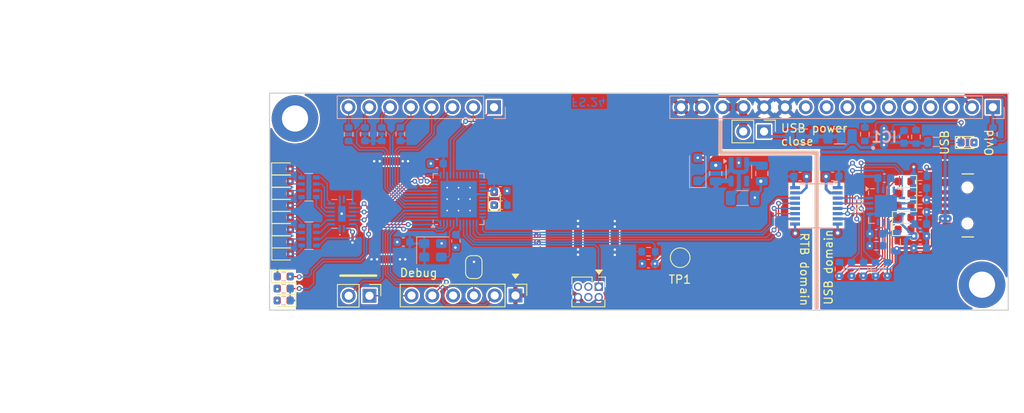
<source format=kicad_pcb>
(kicad_pcb (version 20241229) (generator "pcbnew") (generator_version "9.0")
  (title_block (title "RTB C10 Module") (date "2025-08-25") (rev "4") (company "Frank Schumacher") (comment 1 "Bus Master"))
  (layers (0 "F.Cu" signal) (2 "B.Cu" signal) (13 "F.Paste" user) (15 "B.Paste" user) (5 "F.SilkS" user "F.Silkscreen") (7 "B.SilkS" user "B.Silkscreen") (1 "F.Mask" user) (3 "B.Mask" user) (25 "Edge.Cuts" user))
  (net 0 "")
  (net 1 "Net-(D1-K)")
  (net 2 "Net-(U2-PF6{slash}~{RESET})")
  (net 3 "GNDS")
  (net 4 "VCCIO")
  (net 5 "Net-(J1-D-)")
  (net 6 "Net-(J1-D+)")
  (net 7 "Net-(IC1-IN)")
  (net 8 "Net-(IC1-OUT)")
  (net 9 "Net-(D2-A)")
  (net 10 "Net-(D2-K)")
  (net 11 "Net-(D3-A)")
  (net 12 "VUSB")
  (net 13 "Net-(D4-K)")
  (net 14 "Net-(D5-A)")
  (net 15 "SCK1")
  (net 16 "MOSI1")
  (net 17 "Net-(D6-A)")
  (net 18 "Net-(D6-K)")
  (net 19 "Net-(D8-A)")
  (net 20 "Net-(D11-K)")
  (net 21 "Net-(D12-K)")
  (net 22 "Net-(D14-A)")
  (net 23 "Net-(D17-A)")
  (net 24 "Net-(D18-A)")
  (net 25 "Net-(D32-A)")
  (net 26 "Net-(D33-A)")
  (net 27 "Net-(D34-A)")
  (net 28 "Net-(D35-A)")
  (net 29 "Net-(D36-A)")
  (net 30 "Net-(D37-A)")
  (net 31 "Net-(D38-A)")
  (net 32 "Net-(IC1-EN)")
  (net 33 "SS1")
  (net 34 "Net-(IC1-ILIM)")
  (net 35 "Net-(IC3-Q3)")
  (net 37 "Net-(IC3-Q1)")
  (net 38 "BUS.dn")
  (net 39 "BUS.up")
  (net 40 "~{BUS.bso}")
  (net 41 "~{BUS.bsi}")
  (net 42 "Net-(IC3-Q2)")
  (net 43 "Net-(IC3-Q6)")
  (net 44 "Net-(IC3-Q4)")
  (net 45 "SLT.rx")
  (net 46 "SLT.tx")
  (net 47 "Net-(IC3-Q0)")
  (net 48 "~{V24.RTS}")
  (net 49 "~{V24.CTS}")
  (net 50 "V24.RxD")
  (net 51 "V24.TxD")
  (net 52 "UPDI")
  (net 53 "USB.RxD")
  (net 54 "USB.TxD")
  (net 55 "~{USB.RTS}")
  (net 56 "~{USB.CTS}")
  (net 57 "MST.rdo")
  (net 58 "MST.rdi")
  (net 59 "Net-(IC3-Q7)")
  (net 60 "EXTCLK")
  (net 61 "GNDD")
  (net 62 "3.3V")
  (net 63 "Vrail")
  (net 64 "Net-(IC3-Q5)")
  (net 65 "Net-(J1-Shield)")
  (net 67 "LED.hbt")
  (net 69 "Net-(J2-Pin_1)")
  (net 71 "VBUS")
  (net 72 "VEXT")
  (net 79 "Net-(J3-Pin_6)")
  (net 80 "Net-(J3-Pin_3)")
  (net 84 "Net-(J5-Pin_8)")
  (net 85 "Net-(U6-USBDM)")
  (net 86 "Net-(U6-USBDP)")
  (net 87 "Net-(U6-CBUS1)")
  (net 88 "Net-(U6-CBUS2)")
  (net 89 "Net-(U6-~{RTS})")
  (net 90 "Net-(U6-~{CTS})")
  (net 110 "Net-(U6-TXD)")
  (net 112 "Net-(U6-RXD)")
  (footprint "LED_SMD:LED_0603_1608Metric" (layer "F.Cu") (at 144.17 37.28044 180)
    (property "Reference" "D8")
    (property "Value" "PWR(grn)")
  )
  (footprint "LED_SMD:LED_0603_1608Metric" (layer "F.Cu") (at 144.17 43.15044)
    (property "Reference" "D11" (hide yes))
    (property "Value" "LED(grn)")
  )
  (footprint "LED_SMD:LED_0603_1608Metric" (layer "F.Cu") (at 144.17 40.22044 180)
    (property "Reference" "D18" (hide yes))
    (property "Value" "CTS(red)")
  )
  (footprint "LED_SMD:LED_0603_1608Metric" (layer "F.Cu") (at 144.17 38.75044 180)
    (property "Reference" "D17" (hide yes))
    (property "Value" "RTS(red)")
  )
  (footprint "RTB:USB_Micro-B_Reichelt_BWM_SMD" (layer "F.Cu") (at 151.853 40.20384 90)
    (property "Reference" "J1" (hide yes))
    (property "Value" "USB_B_Mini")
  )
  (footprint "LED_SMD:LED_0603_1608Metric" (layer "F.Cu") (at 68.3034 35.73718)
    (property "Reference" "D14" (hide yes))
    (property "Value" "LED(wht)")
  )
  (footprint "LED_SMD:LED_0603_1608Metric" (layer "F.Cu") (at 68.3034 37.23578)
    (property "Reference" "D32" (hide yes))
    (property "Value" "LED(wht)")
  )
  (footprint "LED_SMD:LED_0603_1608Metric" (layer "F.Cu") (at 68.30848 38.73438)
    (property "Reference" "D33" (hide yes))
    (property "Value" "LED(wht)")
  )
  (footprint "LED_SMD:LED_0603_1608Metric" (layer "F.Cu") (at 68.3161 40.19996)
    (property "Reference" "D34" (hide yes))
    (property "Value" "LED(wht)")
  )
  (footprint "LED_SMD:LED_0603_1608Metric" (layer "F.Cu") (at 68.3161 41.66554)
    (property "Reference" "D35" (hide yes))
    (property "Value" "LED(wht)")
  )
  (footprint "LED_SMD:LED_0603_1608Metric" (layer "F.Cu") (at 68.33134 43.15906)
    (property "Reference" "D36" (hide yes))
    (property "Value" "LED(wht)")
  )
  (footprint "LED_SMD:LED_0603_1608Metric" (layer "F.Cu") (at 68.32118 44.6602)
    (property "Reference" "D37" (hide yes))
    (property "Value" "LED(wht)")
  )
  (footprint "LED_SMD:LED_0603_1608Metric" (layer "F.Cu") (at 68.33134 46.13594)
    (property "Reference" "D38" (hide yes))
    (property "Value" "LED(wht)")
  )
  (footprint "LED_SMD:LED_0603_1608Metric" (layer "F.Cu") (at 144.17 41.69044)
    (property "Reference" "D12" (hide yes))
    (property "Value" "LED(grn)")
  )
  (footprint "Connector_PinHeader_2.54mm:PinHeader_1x06_P2.54mm_Vertical" (layer "F.Cu") (at 96.62 51.21044 -90)
    (property "Reference" "J3" (hide yes))
    (property "Value" "Debug IF")
  )
  (footprint "Connector_PinHeader_1.27mm:PinHeader_2x03_P1.27mm_Vertical" (layer "F.Cu") (at 106.8 50.14044 -90)
    (property "Reference" "J4" (hide yes))
    (property "Value" "UPDI")
  )
  (footprint "LED_SMD:LED_0603_1608Metric" (layer "F.Cu") (at 68.3 50.36044 180)
    (property "Reference" "D2" (hide yes))
    (property "Value" "Locate(blue)")
  )
  (footprint "LED_SMD:LED_0603_1608Metric" (layer "F.Cu") (at 68.29 51.82044 180)
    (property "Reference" "D5" (hide yes))
    (property "Value" "PWR(grn)" (hide yes))
  )
  (footprint "Jumper:SolderJumper-2_P1.3mm_Open_RoundedPad1.0x1.5mm" (layer "F.Cu") (at 91.53 47.74044 -90)
    (property "Reference" "JP1" (hide yes))
    (property "Value" "SolderJumper_2_Open")
  )
  (footprint "LED_SMD:LED_0603_1608Metric" (layer "F.Cu") (at 68.3 48.89044)
    (property "Reference" "D3" (hide yes))
    (property "Value" "Reset(red)")
  )
  (footprint "TestPoint:TestPoint_Pad_D2.0mm" (layer "F.Cu") (at 116.75 46.59044)
    (property "Reference" "TP1")
    (property "Value" "TestPoint")
  )
  (footprint "Connector_PinHeader_2.54mm:PinHeader_1x02_P2.54mm_Vertical" (layer "F.Cu") (at 78.78 51.24044 -90)
    (property "Reference" "JP2" (hide yes))
    (property "Value" "Jumper_2_Open")
  )
  (footprint "LED_SMD:LED_0603_1608Metric" (layer "F.Cu") (at 94.03 39.40044 90)
    (property "Reference" "D4" (hide yes))
    (property "Value" "Hbt(grn)")
  )
  (footprint "Connector_PinHeader_2.54mm:PinHeader_1x02_P2.54mm_Vertical" (layer "F.Cu") (at 127 31.1658 -90)
    (property "Reference" "JP3" (hide yes))
    (property "Value" "USB power")
  )
  (footprint "LED_SMD:LED_0603_1608Metric" (layer "F.Cu") (at 151.8666 32.512)
    (property "Reference" "D6" (hide yes))
    (property "Value" "Alarm(pink)")
  )
  (footprint "Inductor_SMD:L_0805_2012Metric" (layer "B.Cu") (at 143.1 44.7 90)
    (property "Reference" "L1")
    (property "Value" "Ferrite_Bead")
  )
  (footprint "Resistor_SMD:R_0603_1608Metric" (layer "B.Cu") (at 146.08 41.01044)
    (property "Reference" "R16" (hide yes))
    (property "Value" "27")
  )
  (footprint "Resistor_SMD:R_0603_1608Metric" (layer "B.Cu") (at 142.09 47.98044 90)
    (property "Reference" "R22" (hide yes))
    (property "Value" "3.3k")
  )
  (footprint "Resistor_SMD:R_0603_1608Metric" (layer "B.Cu") (at 146.08 39.54044)
    (property "Reference" "R20" (hide yes))
    (property "Value" "27")
  )
  (footprint "Resistor_SMD:R_0603_1608Metric" (layer "B.Cu") (at 140.62 47.97044 90)
    (property "Reference" "R23" (hide yes))
    (property "Value" "3.3k")
  )
  (footprint "Package_SO:SSOP-16_3.9x4.9mm_P0.635mm" (layer "B.Cu") (at 133.3938 40.25584 180)
    (property "Reference" "U7")
    (property "Value" "ISO7742")
  )
  (footprint "Capacitor_SMD:C_0603_1608Metric" (layer "B.Cu") (at 135.37 36.66044)
    (property "Reference" "C9" (hide yes))
    (property "Value" "100nF")
  )
  (footprint "Package_DFN_QFN:QFN-16-1EP_4x4mm_P0.65mm_EP2.7x2.7mm" (layer "B.Cu") (at 141.8846 40.27344 -90)
    (property "Reference" "U6")
    (property "Value" "FT230XQ")
  )
  (footprint "Capacitor_SMD:C_0603_1608Metric" (layer "B.Cu") (at 146.08576 38.08044)
    (property "Reference" "C15" (hide yes))
    (property "Value" "47pF")
  )
  (footprint "Resistor_SMD:R_0603_1608Metric" (layer "B.Cu") (at 146.09 36.62044 180)
    (property "Reference" "R27" (hide yes))
    (property "Value" "0")
  )
  (footprint "Capacitor_SMD:C_0603_1608Metric" (layer "B.Cu") (at 146.08 45.42044 180)
    (property "Reference" "C5")
    (property "Value" "100nF")
  )
  (footprint "Resistor_SMD:R_0603_1608Metric" (layer "B.Cu") (at 140.72 45.13044 180)
    (property "Reference" "C6" (hide yes))
    (property "Value" "4.7uF")
  )
  (footprint "Resistor_SMD:R_0603_1608Metric" (layer "B.Cu") (at 136.21 47.97044 90)
    (property "Reference" "R15" (hide yes))
    (property "Value" "3.3k")
  )
  (footprint "Resistor_SMD:R_0603_1608Metric" (layer "B.Cu") (at 137.69 47.97044 90)
    (property "Reference" "R29" (hide yes))
    (property "Value" "3.3k")
  )
  (footprint "Capacitor_SMD:C_0603_1608Metric" (layer "B.Cu") (at 131.41 36.67044 180)
    (property "Reference" "C10" (hide yes))
    (property "Value" "100nF")
  )
  (footprint "Capacitor_SMD:C_0603_1608Metric" (layer "B.Cu") (at 140.72 43.67044)
    (property "Reference" "C22" (hide yes))
    (property "Value" "100nF")
  )
  (footprint "Capacitor_SMD:C_0603_1608Metric" (layer "B.Cu") (at 146.08068 42.47304)
    (property "Reference" "C14" (hide yes))
    (property "Value" "47pF")
  )
  (footprint "RTB:74HC595BQ115" (layer "B.Cu") (at 75.4027 41.23374 90)
    (property "Reference" "IC3")
    (property "Value" "74HC595BQ,115" (hide yes))
  )
  (footprint "Resistor_SMD:R_Array_Convex_4x0603" (layer "B.Cu") (at 71.38188 43.90328 180)
    (property "Reference" "RN3" (hide yes))
    (property "Value" "4.7k")
  )
  (footprint "Resistor_SMD:R_Array_Convex_4x0603" (layer "B.Cu") (at 71.36664 37.98 180)
    (property "Reference" "RN4" (hide yes))
    (property "Value" "4.7k")
  )
  (footprint "Connector_PinHeader_2.54mm:PinHeader_1x16_P2.54mm_Vertical" (layer "B.Cu") (at 154.96286 28.20162 90)
    (property "Reference" "J2" (hide yes))
    (property "Value" "Conn_01x16_Male")
  )
  (footprint "MountingHole:MountingHole_3.2mm_M3_ISO7380_Pad" (layer "B.Cu") (at 153.63952 49.89068)
    (property "Reference" "H2" (hide yes))
    (property "Value" "MountingHole")
  )
  (footprint "MountingHole:MountingHole_3.2mm_M3_ISO7380_Pad" (layer "B.Cu") (at 69.67728 29.58084)
    (property "Reference" "H1" (hide yes))
    (property "Value" "MountingHole")
  )
  (footprint "Resistor_SMD:R_0603_1608Metric" (layer "B.Cu") (at 139.16 47.97044 90)
    (property "Reference" "R30" (hide yes))
    (property "Value" "3.3k")
  )
  (footprint "Capacitor_SMD:C_0603_1608Metric" (layer "B.Cu") (at 146.08576 43.94116 180)
    (property "Reference" "C7" (hide yes))
    (property "Value" "100nF")
  )
  (footprint "Capacitor_SMD:C_0603_1608Metric" (layer "B.Cu") (at 141.7 36.87044 180)
    (property "Reference" "C13" (hide yes))
    (property "Value" "100nF")
  )
  (footprint "Resistor_SMD:R_0603_1608Metric" (layer "B.Cu") (at 68.29 50.37044 180)
    (property "Reference" "R11" (hide yes))
    (property "Value" "3.3k")
  )
  (footprint "Resistor_SMD:R_0603_1608Metric" (layer "B.Cu") (at 68.29 51.83044 180)
    (property "Reference" "R28" (hide yes))
    (property "Value" "3.3k")
  )
  (footprint "Resistor_SMD:R_0603_1608Metric" (layer "B.Cu") (at 154.9654 31.5214 90)
    (property "Reference" "R1" (hide yes))
    (property "Value" "1k")
  )
  (footprint "Resistor_SMD:R_0603_1608Metric" (layer "B.Cu") (at 68.3 48.88044)
    (property "Reference" "R2" (hide yes))
    (property "Value" "3.3k")
  )
  (footprint "Capacitor_SMD:C_0603_1608Metric" (layer "B.Cu") (at 82.925 44.675 180)
    (property "Reference" "C11" (hide yes))
    (property "Value" "100nF")
  )
  (footprint "Package_DFN_QFN:UQFN-48-1EP_6x6mm_P0.4mm_EP4.45x4.45mm_ThermalVias" (layer "B.Cu") (at 89.67 39.43044)
    (property "Reference" "U2" (hide yes))
    (property "Value" "AVR64DA48")
  )
  (footprint "Capacitor_SMD:C_0603_1608Metric" (layer "B.Cu") (at 87.02 35.09044 180)
    (property "Reference" "C18" (hide yes))
    (property "Value" "100nF")
  )
  (footprint "Capacitor_SMD:C_0603_1608Metric" (layer "B.Cu") (at 94.79 38.42044 180)
    (property "Reference" "C8" (hide yes))
    (property "Value" "100nF")
  )
  (footprint "Capacitor_SMD:C_0603_1608Metric" (layer "B.Cu") (at 89.35 44.55 -90)
    (property "Reference" "C12" (hide yes))
    (property "Value" "100nF")
  )
  (footprint "Oscillator:Oscillator_SMD_Abracon_ASE-4Pin_3.2x2.5mm" (layer "B.Cu") (at 86.51 45.69044)
    (property "Reference" "X1" (hide yes))
    (property "Value" "ASE-24MHz")
  )
  (footprint "Resistor_SMD:R_0603_1608Metric" (layer "B.Cu") (at 76.22794 31.5087 90)
    (property "Reference" "R3" (hide yes))
    (property "Value" "100")
  )
  (footprint "Resistor_SMD:R_0603_1608Metric" (layer "B.Cu") (at 112.88 45.86044 180)
    (property "Reference" "R4" (hide yes))
    (property "Value" "3.3k")
  )
  (footprint "Capacitor_SMD:C_0603_1608Metric" (layer "B.Cu") (at 112.88 47.32044)
    (property "Reference" "C4" (hide yes))
    (property "Value" "100nF")
  )
  (footprint "Resistor_SMD:R_0603_1608Metric" (layer "B.Cu") (at 94.79 40.16044)
    (property "Reference" "R5" (hide yes))
    (property "Value" "3.3k")
  )
  (footprint "Connector_PinHeader_2.54mm:PinHeader_1x08_P2.54mm_Vertical" (layer "B.Cu") (at 93.99778 28.20162 90)
    (property "Reference" "J5" (hide yes))
    (property "Value" "Conn_01x08_Male")
  )
  (footprint "Resistor_SMD:R_0603_1608Metric" (layer "B.Cu") (at 78.22184 31.50108 90)
    (property "Reference" "R6" (hide yes))
    (property "Value" "1k")
  )
  (footprint "Resistor_SMD:R_0603_1608Metric" (layer "B.Cu") (at 80.28178 31.50108 90)
    (property "Reference" "R7" (hide yes))
    (property "Value" "1k")
  )
  (footprint "Resistor_SMD:R_0603_1608Metric" (layer "B.Cu") (at 82.54746 31.48838 90)
    (property "Reference" "R8" (hide yes))
    (property "Value" "1k")
  )
  (footprint "Diode_SMD:D_SOD-123F" (layer "B.Cu") (at 118.9 35.8 90)
    (property "Reference" "D1")
    (property "Value" "BAS16H,115")
  )
  (footprint "Package_TO_SOT_SMD:SOT-23-5" (layer "B.Cu") (at 123.92072 36.08848 -90)
    (property "Reference" "U5")
    (property "Value" "MIC5205-3.3YM5")
  )
  (footprint "Capacitor_SMD:C_0805_2012Metric" (layer "B.Cu") (at 126.725 36.3 -90)
    (property "Reference" "C2")
    (property "Value" "100nF/50V")
  )
  (footprint "Capacitor_SMD:C_0805_2012Metric" (layer "B.Cu") (at 121.1 36.3 90)
    (property "Reference" "C3")
    (property "Value" "10uF/25V")
  )
  (footprint "Resistor_SMD:R_0603_1608Metric" (layer "B.Cu") (at 139.319 31.496 -90)
    (property "Reference" "R10" (hide yes))
    (property "Value" "18k")
  )
  (footprint "RTB:SON65P200X200X80-7N" (layer "B.Cu") (at 141.6812 31.8516)
    (property "Reference" "IC1")
    (property "Value" "TPS2553DRVT" (hide yes))
  )
  (footprint "Resistor_SMD:R_0603_1608Metric" (layer "B.Cu") (at 145.5674 31.8262 -90)
    (property "Reference" "R9" (hide yes))
    (property "Value" "100k")
  )
  (footprint "Capacitor_SMD:C_0603_1608Metric" (layer "B.Cu") (at 144.0942 31.8262 90)
    (property "Reference" "C17" (hide yes))
    (property "Value" "100nF")
  )
  (footprint "Resistor_SMD:R_0603_1608Metric" (layer "B.Cu") (at 151.8666 32.512 180)
    (property "Reference" "R12" (hide yes))
    (property "Value" "1k")
  )
  (footprint "Capacitor_SMD:C_1206_3216Metric" (layer "B.Cu") (at 136.2837 31.7754 180)
    (property "Reference" "C19" (hide yes))
    (property "Value" "220u/6.3V")
  )
  (footprint "Inductor_SMD:L_0805_2012Metric" (layer "B.Cu") (at 148.0566 32.4358 180)
    (property "Reference" "L2" (hide yes))
    (property "Value" "Ferrite_Bead")
  )
  (footprint "Capacitor_SMD:C_1206_3216Metric" (layer "B.Cu") (at 131.6228 31.7754)
    (property "Reference" "C20" (hide yes))
    (property "Value" "220u/6.3V")
  )
  (footprint "Capacitor_SMD:C_1206_3216Metric" (layer "B.Cu") (at 124.375 39.3)
    (property "Reference" "C16")
    (property "Value" "22uF/25V")
  )
  (gr_poly (pts (xy 107.24642 48.08474) (xy 106.41076 48.08474) (xy 106.8197 48.63084)) (stroke (width 0.1)) (fill yes) (layer "F.SilkS"))
  (gr_line (start 75.2348 48.7807) (end 79.59344 48.7807) (stroke (width 0.3)) (layer "F.SilkS"))
  (gr_poly (pts (xy 97.04324 48.58766) (xy 96.20758 48.58766) (xy 96.61652 49.13376)) (stroke (width 0.1)) (fill yes) (layer "F.SilkS"))
  (gr_line (start 121.666 33.7566) (end 133.425 33.75) (stroke (width 0.5)) (layer "F.SilkS"))
  (gr_line (start 121.675 29.9974) (end 121.666 33.7566) (stroke (width 0.5)) (layer "F.SilkS"))
  (gr_line (start 133.425 33.75) (end 133.425 52.675) (stroke (width 0.5)) (layer "F.SilkS"))
  (gr_line (start 121.675 33.7566) (end 133.4262 33.7566) (stroke (width 0.5)) (layer "B.SilkS"))
  (gr_line (start 121.675 30) (end 121.675 33.7566) (stroke (width 0.5)) (layer "B.SilkS"))
  (gr_line (start 133.4262 33.7566) (end 133.4262 52.675) (stroke (width 0.5)) (layer "B.SilkS"))
  (gr_line (start 66.57 26.48044) (end 156.845 26.4922) (stroke (width 0.15)) (layer "Edge.Cuts"))
  (gr_line (start 156.845 53.00244) (end 66.57 52.9983) (stroke (width 0.15)) (layer "Edge.Cuts"))
  (gr_line (start 156.845 26.4922) (end 156.845 53.00244) (stroke (width 0.15)) (layer "Edge.Cuts"))
  (gr_line (start 66.57 52.9983) (end 66.57 26.48044) (stroke (width 0.15)) (layer "Edge.Cuts"))
  (gr_text "RTB.master C10.4" (at 99.44 45.57044 -90) (layer "F.Cu") (effects (font (size 1 1))))
  (gr_text "FS'24" (at 105.5624 27.5336 180) (layer "B.Cu") (effects (font (size 1 1)) (justify mirror)))
  (gr_text "USB" (at 149.0726 32.512 90) (layer "F.SilkS") (effects (font (size 1 1))))
  (gr_text "USB domain" (at 134.874 52.451 90) (layer "F.SilkS") (effects (font (size 1 1)) (justify left)))
  (gr_text "RTB domain" (at 131.9276 43.434 -90) (layer "F.SilkS") (effects (font (size 1 1)) (justify left)))
  (gr_text "USB power\nclose" (at 128.9812 31.5722 0) (layer "F.SilkS") (effects (font (size 1 1)) (justify left)))
  (gr_text "Ovld" (at 154.5082 32.5374 90) (layer "F.SilkS") (effects (font (size 1 1))))
  (gr_text "Debug" (at 84.78266 48.44288 0) (layer "F.SilkS") (effects (font (size 1 1))))
  (segment (start 126.6098 35.10796) (end 124.9902 35.10796) (width 0.5) (layer "B.Cu") (net 1))
  (segment (start 124.9902 35.10796) (end 124.87072 34.98848) (width 0.3) (layer "B.Cu") (net 1))
  (segment (start 123.3678 36.1188) (end 123.9266 36.1188) (width 0.5) (layer "B.Cu") (net 1))
  (segment (start 123.9266 36.1188) (end 124.6378 36.1188) (width 0.5) (layer "B.Cu") (net 1))
  (segment (start 123.9266 36.1442) (end 123.9266 38.1234) (width 0.5) (layer "B.Cu") (net 1))
  (segment (start 119.405764 37.2) (end 118.9 37.2) (width 0.5) (layer "B.Cu") (net 1))
  (segment (start 122.97072 35.72172) (end 122.39244 36.3) (width 0.5) (layer "B.Cu") (net 1))
  (segment (start 122.97072 34.98848) (end 122.97072 35.72172) (width 0.5) (layer "B.Cu") (net 1))
  (segment (start 120.305764 36.3) (end 119.405764 37.2) (width 0.5) (layer "B.Cu") (net 1))
  (segment (start 124.87072 35.88588) (end 124.87072 34.98848) (width 0.5) (layer "B.Cu") (net 1))
  (segment (start 124.6378 36.1188) (end 124.87072 35.88588) (width 0.5) (layer "B.Cu") (net 1))
  (segment (start 122.97072 35.72172) (end 123.3678 36.1188) (width 0.5) (layer "B.Cu") (net 1))
  (segment (start 123.9266 38.1234) (end 122.95 39.1) (width 0.5) (layer "B.Cu") (net 1))
  (segment (start 122.39244 36.3) (end 120.305764 36.3) (width 0.5) (layer "B.Cu") (net 1))
  (segment (start 116.75 46.59044) (end 114.3975 46.59044) (width 0.15) (layer "F.Cu") (net 2))
  (segment (start 114.3975 46.59044) (end 113.6675 47.32044) (width 0.15) (layer "F.Cu") (net 2))
  (via (at 113.6675 47.32044) (size 0.6) (drill 0.3) (layers "F.Cu" "B.Cu") (net 2))
  (segment (start 113.6675 47.32044) (end 113.6675 47.32044) (width 0.15) (layer "B.Cu") (net 2))
  (segment (start 91.535765 44.700483) (end 113.350043 44.700483) (width 0.15) (layer "B.Cu") (net 2))
  (segment (start 90.67 42.36794) (end 90.67 43.834718) (width 0.15) (layer "B.Cu") (net 2))
  (segment (start 90.67 43.834718) (end 91.535765 44.700483) (width 0.15) (layer "B.Cu") (net 2))
  (segment (start 113.6675 45.86044) (end 113.6675 47.32044) (width 0.15) (layer "B.Cu") (net 2))
  (segment (start 113.63 47.28294) (end 113.6675 47.32044) (width 0.15) (layer "B.Cu") (net 2))
  (segment (start 113.350043 44.700483) (end 113.6675 45.01794) (width 0.15) (layer "B.Cu") (net 2))
  (segment (start 113.6675 45.01794) (end 113.6675 45.86044) (width 0.15) (layer "B.Cu") (net 2))
  (segment (start 144.9575 38.75044) (end 145.395 38.75044) (width 0.3) (layer "F.Cu") (net 3))
  (segment (start 145.395 38.75044) (end 145.405 38.74044) (width 0.3) (layer "F.Cu") (net 3))
  (segment (start 144.9575 40.22044) (end 144.9575 38.75044) (width 0.25) (layer "F.Cu") (net 3))
  (segment (start 144.9575 38.75044) (end 144.9575 37.28044) (width 0.25) (layer "F.Cu") (net 3))
  (segment (start 145.405 38.74044) (end 145.78 38.74044) (width 0.3) (layer "F.Cu") (net 3))
  (segment (start 147.7772 38.60384) (end 150.3934 38.60384) (width 0.5) (layer "F.Cu") (net 3))
  (via (at 141.6558 30.7848) (size 0.6) (drill 0.3) (layers "F.Cu" "B.Cu") (net 3))
  (via (at 141.6558 32.8168) (size 0.6) (drill 0.3) (layers "F.Cu" "B.Cu") (net 3))
  (via (at 141.6558 31.8262) (size 0.6) (drill 0.3) (layers "F.Cu" "B.Cu") (net 3))
  (via (at 139.92 45.16044) (size 0.6) (drill 0.3) (layers "F.Cu" "B.Cu") (net 3))
  (via (at 136 43.57044) (size 0.8) (drill 0.4) (layers "F.Cu" "B.Cu") (net 3))
  (via (at 134.5825 36.66044) (size 0.8) (drill 0.4) (layers "F.Cu" "B.Cu") (net 3))
  (via (at 139.9325 43.67044) (size 0.6) (drill 0.3) (layers "F.Cu" "B.Cu") (net 3))
  (via (at 146.87326 43.94116) (size 0.6) (drill 0.3) (layers "F.Cu" "B.Cu") (net 3))
  (via (at 145.29 35.50044) (size 0.6) (drill 0.3) (layers "F.Cu" "B.Cu") (net 3))
  (segment (start 134.5825 36.66044) (end 134.5825 36.66044) (width 0.35) (layer "B.Cu") (net 3))
  (segment (start 141.2596 40.89844) (end 141.2596 40.89844) (width 0.25) (layer "B.Cu") (net 3))
  (segment (start 142.5096 39.64844) (end 142.5096 39.64844) (width 0.25) (layer "B.Cu") (net 3))
  (segment (start 139.9325 43.67044) (end 139.9325 43.67044) (width 0.35) (layer "B.Cu") (net 3))
  (segment (start 142.4875 36.87044) (end 142.4875 36.87044) (width 0.3) (layer "B.Cu") (net 3))
  (segment (start 145.3025 37.33294) (end 145.3025 38.0762) (width 0.3) (layer "B.Cu") (net 3))
  (segment (start 146.87326 43.94116) (end 146.87326 43.94116) (width 0.3) (layer "B.Cu") (net 3))
  (segment (start 139.9325 43.67044) (end 139.9325 43.67044) (width 0.35) (layer "B.Cu") (net 3))
  (segment (start 142.7312 31.8516) (end 141.6812 31.8516) (width 0.35) (layer "B.Cu") (net 3))
  (segment (start 141.6558 31.369) (end 141.6558 30.79781) (width 1) (layer "B.Cu") (net 3))
  (segment (start 140.9096 41.24844) (end 141.2596 40.89844) (width 0.25) (layer "B.Cu") (net 3))
  (segment (start 145.29318 42.47304) (end 145.40514 42.47304) (width 0.3) (layer "B.Cu") (net 3))
  (segment (start 139.8846 41.24844) (end 140.9096 41.24844) (width 0.35) (layer "B.Cu") (net 3))
  (segment (start 139.8846 41.24844) (end 139.8846 43.62254) (width 0.35) (layer "B.Cu") (net 3))
  (segment (start 142.2096 38.27344) (end 142.2096 37.14834) (width 0.3) (layer "B.Cu") (net 3))
  (segment (start 135.9938 38.66834) (end 135.0438 38.66834) (width 0.35) (layer "B.Cu") (net 3))
  (segment (start 141.2596 40.89844) (end 141.2596 39.64844) (width 0.15) (layer "B.Cu") (net 3))
  (segment (start 146.87326 45.41468) (end 146.8675 45.42044) (width 0.25) (layer "B.Cu") (net 3))
  (segment (start 142.5096 39.64844) (end 142.5096 40.89844) (width 0.15) (layer "B.Cu") (net 3))
  (segment (start 146.87326 43.94116) (end 146.87326 45.41468) (width 0.25) (layer "B.Cu") (net 3))
  (segment (start 145.3025 35.51294) (end 145.29 35.50044) (width 0.3) (layer "B.Cu") (net 3))
  (segment (start 142.2096 39.34844) (end 142.5096 39.64844) (width 0.25) (layer "B.Cu") (net 3))
  (segment (start 145.3025 36.62044) (end 145.3025 37.33294) (width 0.3) (layer "B.Cu") (net 3))
  (segment (start 142.2096 38.27344) (end 142.2096 39.94844) (width 0.35) (layer "B.Cu") (net 3))
  (segment (start 139.319 30.671) (end 139.319 29.7942) (width 0.25) (layer "B.Cu") (net 3))
  (segment (start 139.8846 43.62254) (end 139.9325 43.67044) (width 0.35) (layer "B.Cu") (net 3))
  (segment (start 135.9938 43.56424) (end 136 43.57044) (width 0.3) (layer "B.Cu") (net 3))
  (segment (start 142.2096 37.14834) (end 142.4875 36.87044) (width 0.3) (layer "B.Cu") (net 3))
  (segment (start 141.6558 32.3596) (end 141.6558 32.8168) (width 1) (layer "B.Cu") (net 3))
  (segment (start 142.7312 31.8516) (end 143.2938 31.8516) (width 0.35) (layer "B.Cu") (net 3))
  (segment (start 135.0438 38.66834) (end 134.5825 38.20704) (width 0.35) (layer "B.Cu") (net 3))
  (segment (start 141.2596 39.64844) (end 142.5096 40.89844) (width 0.15) (layer "B.Cu") (net 3))
  (segment (start 134.5825 37.13544) (end 134.5825 36.66044) (width 0.35) (layer "B.Cu") (net 3))
  (segment (start 135.9938 42.47834) (end 135.9938 43.56424) (width 0.3) (layer "B.Cu") (net 3))
  (segment (start 133.0978 31.7754) (end 134.8214 31.7754) (width 0.35) (layer "B.Cu") (net 3))
  (segment (start 145.3025 36.62044) (end 145.3025 35.51294) (width 0.3) (layer "B.Cu") (net 3))
  (segment (start 134.5825 38.20704) (end 134.5825 37.13544) (width 0.35) (layer "B.Cu") (net 3))
  (segment (start 142.2021 38.26594) (end 142.2096 38.27344) (width 0.25) (layer "B.Cu") (net 3))
  (segment (start 139.9325 43.67044) (end 139.9325 45.13044) (width 0.25) (layer "B.Cu") (net 3))
  (segment (start 145.3025 38.0762) (end 145.29826 38.08044) (width 0.3) (layer "B.Cu") (net 3))
  (segment (start 145.40514 42.47304) (end 146.87326 43.94116) (width 0.3) (layer "B.Cu") (net 3))
  (segment (start 143.2938 31.8516) (end 144.0942 31.0512) (width 0.35) (layer "B.Cu") (net 3))
  (segment (start 144.9575 41.69044) (end 144.9575 43.15044) (width 0.3) (layer "F.Cu") (net 4))
  (segment (start 144.9575 43.6004) (end 145.29826 43.94116) (width 0.3) (layer "F.Cu") (net 4))
  (segment (start 144.9575 43.15044) (end 144.9575 43.6004) (width 0.3) (layer "F.Cu") (net 4))
  (via (at 145.29826 43.94116) (size 0.8) (drill 0.4) (layers "F.Cu" "B.Cu") (net 4))
  (segment (start 145.29826 43.94116) (end 145.29826 43.94116) (width 0.35) (layer "B.Cu") (net 4))
  (segment (start 145.29826 43.94116) (end 145.29826 43.94116) (width 0.35) (layer "B.Cu") (net 4))
  (segment (start 139.13 36.65044) (end 140.6925 36.65044) (width 0.35) (layer "B.Cu") (net 4))
  (segment (start 143.5422 42.27344) (end 143.8846 41.93104) (width 0.35) (layer "B.Cu") (net 4))
  (segment (start 145.155722 43.826162) (end 143.603 42.27344) (width 0.3) (layer "B.Cu") (net 4))
  (segment (start 140.6925 36.65044) (end 140.9125 36.87044) (width 0.35) (layer "B.Cu") (net 4))
  (segment (start 136.1575 36.18544) (end 136.16 36.18294) (width 0.3) (layer "B.Cu") (net 4))
  (segment (start 145.29826 43.94116) (end 144.75544 43.94116) (width 0.35) (layer "B.Cu") (net 4))
  (segment (start 140.9096 36.87334) (end 140.9125 36.87044) (width 0.3) (layer "B.Cu") (net 4))
  (segment (start 144.75544 43.94116) (end 144.3228 44.3738) (width 0.5) (layer "B.Cu") (net 4))
  (segment (start 143.2846 42.27344) (end 142.8596 42.27344) (width 0.25) (layer "B.Cu") (net 4))
  (segment (start 143.8846 41.93104) (end 143.8846 41.24844) (width 0.35) (layer "B.Cu") (net 4))
  (segment (start 142.8596 42.27344) (end 143.5422 42.27344) (width 0.35) (layer "B.Cu") (net 4))
  (segment (start 136.1575 37.86964) (end 135.9938 38.03334) (width 0.35) (layer "B.Cu") (net 4))
  (segment (start 140.9096 38.27344) (end 140.9096 36.87334) (width 0.3) (layer "B.Cu") (net 4))
  (segment (start 144.3228 44.3738) (end 144.3228 46.355) (width 0.5) (layer "B.Cu") (net 4))
  (segment (start 143.603 42.27344) (end 143.488002 42.27344) (width 0.3) (layer "B.Cu") (net 4))
  (segment (start 145.29826 43.94116) (end 145.155722 43.94116) (width 0.25) (layer "B.Cu") (net 4))
  (segment (start 136.1575 36.66044) (end 136.1575 36.18544) (width 0.3) (layer "B.Cu") (net 4))
  (segment (start 136.1575 36.66044) (end 136.1575 37.86964) (width 0.35) (layer "B.Cu") (net 4))
  (segment (start 136.8938 41.84334) (end 137.0209 41.97044) (width 0.3) (layer "B.Cu") (net 4))
  (segment (start 136.16 36.18294) (end 136.16 35.48044) (width 0.3) (layer "B.Cu") (net 4))
  (segment (start 135.9938 41.84334) (end 136.8938 41.84334) (width 0.3) (layer "B.Cu") (net 4))
  (segment (start 143.488002 42.27344) (end 143.2846 42.27344) (width 0.25) (layer "B.Cu") (net 4))
  (segment (start 145.155722 43.94116) (end 145.155722 43.826162) (width 0.3) (layer "B.Cu") (net 4))
  (segment (start 146.8741 41.00384) (end 146.8675 41.01044) (width 0.15) (layer "F.Cu") (net 5))
  (segment (start 149.153 41.00384) (end 146.8741 41.00384) (width 0.15) (layer "F.Cu") (net 5))
  (segment (start 146.9409 41.08384) (end 146.8675 41.01044) (width 0.2) (layer "F.Cu") (net 5))
  (via (at 146.8675 41.01044) (size 0.6) (drill 0.3) (layers "F.Cu" "B.Cu") (net 5))
  (segment (start 146.86818 41.01112) (end 146.8675 41.01044) (width 0.2) (layer "B.Cu") (net 5))
  (segment (start 146.86818 42.47304) (end 146.86818 41.01112) (width 0.2) (layer "B.Cu") (net 5))
  (segment (start 147.48 39.54044) (end 146.8675 39.54044) (width 0.15) (layer "F.Cu") (net 6))
  (segment (start 148.1434 40.20384) (end 147.48 39.54044) (width 0.15) (layer "F.Cu") (net 6))
  (segment (start 149.153 40.20384) (end 148.1434 40.20384) (width 0.15) (layer "F.Cu") (net 6))
  (via (at 146.8675 39.54044) (size 0.6) (drill 0.3) (layers "F.Cu" "B.Cu") (net 6))
  (segment (start 146.87326 39.53468) (end 146.87326 39.53468) (width 0.2) (layer "B.Cu") (net 6))
  (segment (start 146.87326 38.08044) (end 146.87326 39.53468) (width 0.2) (layer "B.Cu") (net 6))
  (segment (start 142.7312 32.5016) (end 145.557 32.5016) (width 0.35) (layer "B.Cu") (net 7))
  (segment (start 145.542 32.6012) (end 146.8287 32.6012) (width 0.35) (layer "B.Cu") (net 7))
  (segment (start 146.8287 32.6012) (end 146.9941 32.4358) (width 0.35) (layer "B.Cu") (net 7))
  (segment (start 145.557 32.5016) (end 145.5928 32.5374) (width 0.35) (layer "B.Cu") (net 7))
  (segment (start 127.6096 31.7754) (end 127 31.1658) (width 0.35) (layer "B.Cu") (net 8))
  (segment (start 137.8204 32.0802) (end 137.8204 31.9278) (width 0.35) (layer "B.Cu") (net 8))
  (segment (start 133.0452 33.1216) (end 136.779 33.1216) (width 0.35) (layer "B.Cu") (net 8))
  (segment (start 137.79439 31.9278) (end 137.79439 32.10499) (width 0.35) (layer "B.Cu") (net 8))
  (segment (start 130.1478 31.7754) (end 127.6096 31.7754) (width 0.35) (layer "B.Cu") (net 8))
  (segment (start 137.79439 32.10499) (end 138.811 33.1216) (width 0.35) (layer "B.Cu") (net 8))
  (segment (start 136.779 33.1216) (end 137.8204 32.0802) (width 0.35) (layer "B.Cu") (net 8))
  (segment (start 130.1496 31.7754) (end 131.4958 33.1216) (width 0.35) (layer "B.Cu") (net 8))
  (segment (start 140.0112 33.1216) (end 140.6312 32.5016) (width 0.35) (layer "B.Cu") (net 8))
  (segment (start 131.4958 33.1216) (end 133.0452 33.1216) (width 0.35) (layer "B.Cu") (net 8))
  (segment (start 138.811 33.1216) (end 140.0112 33.1216) (width 0.35) (layer "B.Cu") (net 8))
  (via (at 67.52 50.42044) (size 0.6) (drill 0.3) (layers "F.Cu" "B.Cu") (net 9))
  (segment (start 82.7427 42.88044) (end 78.87 42.88044) (width 0.15) (layer "F.Cu") (net 10))
  (segment (start 82.94771 43.08545) (end 82.7427 42.88044) (width 0.15) (layer "F.Cu") (net 10))
  (segment (start 78.87 42.88044) (end 78.680002 43.070438) (width 0.15) (layer "F.Cu") (net 10))
  (segment (start 78.680002 43.070438) (end 78.680002 43.71044) (width 0.15) (layer "F.Cu") (net 10))
  (segment (start 69.0875 50.36044) (end 70.19 50.36044) (width 0.15) (layer "F.Cu") (net 10))
  (via (at 82.94771 43.08545) (size 0.6) (drill 0.3) (layers "F.Cu" "B.Cu") (net 10))
  (via (at 78.680002 43.71044) (size 0.6) (drill 0.3) (layers "F.Cu" "B.Cu") (net 10))
  (via (at 70.19 50.36044) (size 0.6) (drill 0.3) (layers "F.Cu" "B.Cu") (net 10))
  (segment (start 87.01098 43.32044) (end 86.74862 43.05808) (width 0.15) (layer "B.Cu") (net 10))
  (segment (start 71.32 50.36044) (end 71.95 49.73044) (width 0.15) (layer "B.Cu") (net 10))
  (segment (start 87.754278 43.32044) (end 87.01098 43.32044) (width 0.15) (layer "B.Cu") (net 10))
  (segment (start 86.74862 43.05808) (end 82.97508 43.05808) (width 0.15) (layer "B.Cu") (net 10))
  (segment (start 71.95 49.73044) (end 71.95 48.31044) (width 0.15) (layer "B.Cu") (net 10))
  (segment (start 88.27 42.36794) (end 88.27 42.804718) (width 0.15) (layer "B.Cu") (net 10))
  (segment (start 70.19 50.36044) (end 71.32 50.36044) (width 0.15) (layer "B.Cu") (net 10))
  (segment (start 78.680002 44.134704) (end 78.680002 43.71044) (width 0.15) (layer "B.Cu") (net 10))
  (segment (start 73.18 47.08044) (end 77.66 47.08044) (width 0.15) (layer "B.Cu") (net 10))
  (segment (start 78.43 46.31044) (end 78.43 44.384706) (width 0.15) (layer "B.Cu") (net 10))
  (segment (start 77.66 47.08044) (end 78.43 46.31044) (width 0.15) (layer "B.Cu") (net 10))
  (segment (start 88.27 42.804718) (end 87.754278 43.32044) (width 0.15) (layer "B.Cu") (net 10))
  (segment (start 78.43 44.384706) (end 78.680002 44.134704) (width 0.15) (layer "B.Cu") (net 10))
  (segment (start 71.95 48.31044) (end 73.18 47.08044) (width 0.15) (layer "B.Cu") (net 10))
  (segment (start 82.97508 43.05808) (end 82.94771 43.08545) (width 0.15) (layer "B.Cu") (net 10))
  (segment (start 69.0775 48.90044) (end 70.16 48.90044) (width 0.15) (layer "F.Cu") (net 11))
  (segment (start 70.16 48.90044) (end 70.19 48.93044) (width 0.15) (layer "F.Cu") (net 11))
  (segment (start 69.0775 48.90044) (end 69.0775 48.90044) (width 0.15) (layer "F.Cu") (net 11))
  (segment (start 78.62737 42.53307) (end 83.52 42.53307) (width 0.15) (layer "F.Cu") (net 11))
  (segment (start 78.13 43.03044) (end 78.62737 42.53307) (width 0.15) (layer "F.Cu") (net 11))
  (via (at 83.52 42.53307) (size 0.6) (drill 0.3) (layers "F.Cu" "B.Cu") (net 11))
  (via (at 78.13 43.03044) (size 0.6) (drill 0.3) (layers "F.Cu" "B.Cu") (net 11))
  (via (at 69.0775 48.90044) (size 0.6) (drill 0.3) (layers "F.Cu" "B.Cu") (net 11))
  (via (at 70.19 48.93044) (size 0.6) (drill 0.3) (layers "F.Cu" "B.Cu") (net 11))
  (segment (start 87.22177 43.00545) (end 86.74939 42.53307) (width 0.15) (layer "B.Cu") (net 11))
  (segment (start 77.53 46.75044) (end 78.13 46.15044) (width 0.15) (layer "B.Cu") (net 11))
  (segment (start 70.19 48.93044) (end 71.31 48.93044) (width 0.15) (layer "B.Cu") (net 11))
  (segment (start 87.87 42.78044) (end 87.64499 43.00545) (width 0.15) (layer "B.Cu") (net 11))
  (segment (start 78.13 46.15044) (end 78.13 43.967442) (width 0.15) (layer "B.Cu") (net 11))
  (segment (start 73.05 46.75044) (end 77.53 46.75044) (width 0.15) (layer "B.Cu") (net 11))
  (segment (start 78.13 43.967442) (end 78.13 43.03044) (width 0.15) (layer "B.Cu") (net 11))
  (segment (start 87.64499 43.00545) (end 87.22177 43.00545) (width 0.15) (layer "B.Cu") (net 11))
  (segment (start 71.31 48.93044) (end 71.64 48.60044) (width 0.15) (layer "B.Cu") (net 11))
  (segment (start 71.64 48.16044) (end 73.05 46.75044) (width 0.15) (layer "B.Cu") (net 11))
  (segment (start 71.64 48.60044) (end 71.64 48.16044) (width 0.15) (layer "B.Cu") (net 11))
  (segment (start 86.74939 42.53307) (end 83.52 42.53307) (width 0.15) (layer "B.Cu") (net 11))
  (segment (start 87.87 42.36794) (end 87.87 42.78044) (width 0.15) (layer "B.Cu") (net 11))
  (segment (start 141.5075 43.67044) (end 141.5075 45.13044) (width 0.25) (layer "B.Cu") (net 12))
  (segment (start 143.21 43.58044) (end 143.51 43.58044) (width 0.25) (layer "B.Cu") (net 12))
  (segment (start 142.2096 42.96834) (end 141.5075 43.67044) (width 0.3) (layer "B.Cu") (net 12))
  (segment (start 141.5975 43.58044) (end 141.5075 43.67044) (width 0.3) (layer "B.Cu") (net 12))
  (segment (start 142.2096 42.27344) (end 142.2096 42.96834) (width 0.3) (layer "B.Cu") (net 12))
  (segment (start 143.21 43.58044) (end 141.5975 43.58044) (width 0.3) (layer "B.Cu") (net 12))
  (via (at 94.01 40.17044) (size 0.6) (drill 0.3) (layers "F.Cu" "B.Cu") (net 13))
  (via (at 67.51 51.82044) (size 0.6) (drill 0.3) (layers "F.Cu" "B.Cu") (net 14))
  (segment (start 83.92 36.42044) (end 79.68 40.66044) (width 0.15) (layer "F.Cu") (net 15))
  (segment (start 79.68 40.66044) (end 78.799998 40.66044) (width 0.15) (layer "F.Cu") (net 15))
  (segment (start 85.820026 37.24543) (end 84.995036 36.42044) (width 0.15) (layer "F.Cu") (net 15))
  (segment (start 84.995036 36.42044) (end 83.92 36.42044) (width 0.15) (layer "F.Cu") (net 15))
  (segment (start 78.799998 40.66044) (end 78.119998 39.98044) (width 0.15) (layer "F.Cu") (net 15))
  (via (at 85.820026 37.24543) (size 0.6) (drill 0.3) (layers "F.Cu" "B.Cu") (net 15))
  (via (at 78.119998 39.98044) (size 0.6) (drill 0.3) (layers "F.Cu" "B.Cu") (net 15))
  (segment (start 76.7027 40.48374) (end 77.616698 40.48374) (width 0.15) (layer "B.Cu") (net 15))
  (segment (start 85.835016 37.23044) (end 85.820026 37.24543) (width 0.15) (layer "B.Cu") (net 15))
  (segment (start 77.616698 40.48374) (end 78.119998 39.98044) (width 0.15) (layer "B.Cu") (net 15))
  (segment (start 86.7325 37.23044) (end 85.835016 37.23044) (width 0.15) (layer "B.Cu") (net 15))
  (segment (start 79.85 41.35044) (end 78.75 41.35044) (width 0.15) (layer "F.Cu") (net 16))
  (segment (start 83.95 37.25044) (end 79.85 41.35044) (width 0.15) (layer "F.Cu") (net 16))
  (segment (start 84.32 37.25044) (end 83.95 37.25044) (width 0.15) (layer "F.Cu") (net 16))
  (segment (start 78.75 41.35044) (end 78.13 41.97044) (width 0.15) (layer "F.Cu") (net 16))
  (via (at 78.13 41.97044) (size 0.6) (drill 0.3) (layers "F.Cu" "B.Cu") (net 16))
  (via (at 84.32 37.25044) (size 0.6) (drill 0.3) (layers "F.Cu" "B.Cu") (net 16))
  (segment (start 86.7325 38.03044) (end 85.1 38.03044) (width 0.15) (layer "B.Cu") (net 16))
  (segment (start 85.1 38.03044) (end 84.84 37.77044) (width 0.15) (layer "B.Cu") (net 16))
  (segment (start 84.84 37.77044) (end 84.32 37.25044) (width 0.15) (layer "B.Cu") (net 16))
  (segment (start 78.13 41.97044) (end 76.716 41.97044) (width 0.15) (layer "B.Cu") (net 16))
  (segment (start 76.716 41.97044) (end 76.7027 41.98374) (width 0.15) (layer "B.Cu") (net 16))
  (via (at 152.6794 32.512) (size 0.6) (drill 0.3) (layers "F.Cu" "B.Cu") (net 17))
  (segment (start 151.0791 30.099098) (end 151.104598 30.0736) (width 0.15) (layer "F.Cu") (net 18))
  (segment (start 151.0791 32.512) (end 151.0791 30.099098) (width 0.15) (layer "F.Cu") (net 18))
  (via (at 151.104598 30.0736) (size 0.6) (drill 0.3) (layers "F.Cu" "B.Cu") (net 18))
  (segment (start 140.8684 30.0228) (end 151.053798 30.0228) (width 0.15) (layer "B.Cu") (net 18))
  (segment (start 140.6312 31.2016) (end 140.6312 30.26) (width 0.15) (layer "B.Cu") (net 18))
  (segment (start 151.053798 30.0228) (end 151.104598 30.0736) (width 0.15) (layer "B.Cu") (net 18))
  (segment (start 140.6312 30.26) (end 140.8684 30.0228) (width 0.15) (layer "B.Cu") (net 18))
  (segment (start 142.2654 40.767) (end 141.471756 41.560644) (width 0.15) (layer "F.Cu") (net 19))
  (segment (start 142.945 37.28044) (end 142.2654 37.96004) (width 0.15) (layer "F.Cu") (net 19))
  (segment (start 136.479999 48.500441) (end 136.18 48.80044) (width 0.15) (layer "F.Cu") (net 19))
  (segment (start 140.49 47.62044) (end 137.36 47.62044) (width 0.15) (layer "F.Cu") (net 19))
  (segment (start 142.2654 37.96004) (end 142.2654 40.767) (width 0.15) (layer "F.Cu") (net 19))
  (segment (start 141.471756 46.638684) (end 140.49 47.62044) (width 0.15) (layer "F.Cu") (net 19))
  (segment (start 143.3825 37.28044) (end 142.945 37.28044) (width 0.15) (layer "F.Cu") (net 19))
  (segment (start 137.36 47.62044) (end 136.479999 48.500441) (width 0.15) (layer "F.Cu") (net 19))
  (segment (start 141.471756 41.560644) (end 141.471756 46.638684) (width 0.15) (layer "F.Cu") (net 19))
  (via (at 136.18 48.80044) (size 0.6) (drill 0.3) (layers "F.Cu" "B.Cu") (net 19))
  (segment (start 142.06 47.76044) (end 142.06 48.78044) (width 0.15) (layer "F.Cu") (net 20))
  (segment (start 142.6718 43.86114) (end 142.6718 47.14864) (width 0.15) (layer "F.Cu") (net 20))
  (segment (start 143.3825 43.15044) (end 142.6718 43.86114) (width 0.15) (layer "F.Cu") (net 20))
  (segment (start 142.6718 47.14864) (end 142.06 47.76044) (width 0.15) (layer "F.Cu") (net 20))
  (via (at 142.06 48.78044) (size 0.6) (drill 0.3) (layers "F.Cu" "B.Cu") (net 20))
  (segment (start 142.371789 42.263651) (end 142.371789 47.024373) (width 0.15) (layer "F.Cu") (net 21))
  (segment (start 142.945 41.69044) (end 142.371789 42.263651) (width 0.15) (layer "F.Cu") (net 21))
  (segment (start 143.3825 41.69044) (end 142.945 41.69044) (width 0.15) (layer "F.Cu") (net 21))
  (segment (start 140.939999 48.460441) (end 140.64 48.76044) (width 0.15) (layer "F.Cu") (net 21))
  (segment (start 142.371789 47.024373) (end 140.939999 48.456163) (width 0.15) (layer "F.Cu") (net 21))
  (segment (start 143.4218 41.87344) (end 143.0898 41.87344) (width 0.15) (layer "F.Cu") (net 21))
  (segment (start 140.939999 48.456163) (end 140.939999 48.460441) (width 0.15) (layer "F.Cu") (net 21))
  (via (at 140.64 48.76044) (size 0.6) (drill 0.3) (layers "F.Cu" "B.Cu") (net 21))
  (via (at 69.0909 35.73718) (size 0.6) (drill 0.3) (layers "F.Cu" "B.Cu") (net 22))
  (segment (start 70.46664 36.38) (end 69.82382 35.73718) (width 0.15) (layer "B.Cu") (net 22))
  (segment (start 70.46664 36.78) (end 70.46664 36.38) (width 0.15) (layer "B.Cu") (net 22))
  (segment (start 69.82382 35.73718) (end 69.0909 35.73718) (width 0.15) (layer "B.Cu") (net 22))
  (segment (start 142.565411 40.891268) (end 141.771767 41.684912) (width 0.15) (layer "F.Cu") (net 23))
  (segment (start 143.3825 38.75044) (end 142.945 38.75044) (width 0.15) (layer "F.Cu") (net 23))
  (segment (start 138.589989 47.920451) (end 138.009999 48.500441) (width 0.15) (layer "F.Cu") (net 23))
  (segment (start 140.614268 47.920451) (end 138.589989 47.920451) (width 0.15) (layer "F.Cu") (net 23))
  (segment (start 138.009999 48.500441) (end 137.71 48.80044) (width 0.15) (layer "F.Cu") (net 23))
  (segment (start 142.945 38.75044) (end 142.565411 39.130029) (width 0.15) (layer "F.Cu") (net 23))
  (segment (start 141.771767 41.684912) (end 141.771767 46.762952) (width 0.15) (layer "F.Cu") (net 23))
  (segment (start 142.565411 39.130029) (end 142.565411 40.891268) (width 0.15) (layer "F.Cu") (net 23))
  (segment (start 141.771767 46.762952) (end 140.614268 47.920451) (width 0.15) (layer "F.Cu") (net 23))
  (via (at 137.71 48.80044) (size 0.6) (drill 0.3) (layers "F.Cu" "B.Cu") (net 23))
  (segment (start 143.3825 40.52794) (end 142.071778 41.838662) (width 0.15) (layer "F.Cu") (net 24))
  (segment (start 139.699978 48.220462) (end 139.439999 48.480441) (width 0.15) (layer "F.Cu") (net 24))
  (segment (start 142.071778 41.838662) (end 142.071778 46.88722) (width 0.15) (layer "F.Cu") (net 24))
  (segment (start 139.439999 48.480441) (end 139.14 48.78044) (width 0.15) (layer "F.Cu") (net 24))
  (segment (start 143.3825 40.22044) (end 143.3825 40.52794) (width 0.15) (layer "F.Cu") (net 24))
  (segment (start 143.15584 40.45104) (end 143.4066 40.45104) (width 0.15) (layer "F.Cu") (net 24))
  (segment (start 140.738536 48.220462) (end 139.699978 48.220462) (width 0.15) (layer "F.Cu") (net 24))
  (segment (start 142.071778 46.88722) (end 140.738536 48.220462) (width 0.15) (layer "F.Cu") (net 24))
  (via (at 139.14 48.78044) (size 0.6) (drill 0.3) (layers "F.Cu" "B.Cu") (net 24))
  (via (at 69.0909 37.23578) (size 0.6) (drill 0.3) (layers "F.Cu" "B.Cu") (net 25))
  (segment (start 69.43512 37.58) (end 69.0909 37.23578) (width 0.15) (layer "B.Cu") (net 25))
  (segment (start 70.46664 37.58) (end 69.43512 37.58) (width 0.15) (layer "B.Cu") (net 25))
  (via (at 69.09598 38.73438) (size 0.6) (drill 0.3) (layers "F.Cu" "B.Cu") (net 26))
  (segment (start 69.45036 38.38) (end 69.09598 38.73438) (width 0.15) (layer "B.Cu") (net 26))
  (segment (start 70.46664 38.38) (end 69.45036 38.38) (width 0.15) (layer "B.Cu") (net 26))
  (via (at 69.1036 40.19996) (size 0.6) (drill 0.3) (layers "F.Cu" "B.Cu") (net 27))
  (segment (start 70.46664 39.18) (end 70.46664 39.58) (width 0.15) (layer "B.Cu") (net 27))
  (segment (start 69.84668 40.19996) (end 69.1036 40.19996) (width 0.15) (layer "B.Cu") (net 27))
  (segment (start 70.46664 39.58) (end 69.84668 40.19996) (width 0.15) (layer "B.Cu") (net 27))
  (via (at 69.1036 41.66554) (size 0.6) (drill 0.3) (layers "F.Cu" "B.Cu") (net 28))
  (segment (start 70.48188 42.70328) (end 70.48188 42.30328) (width 0.15) (layer "B.Cu") (net 28))
  (segment (start 70.48188 42.30328) (end 69.84414 41.66554) (width 0.15) (layer "B.Cu") (net 28))
  (segment (start 69.84414 41.66554) (end 69.1036 41.66554) (width 0.15) (layer "B.Cu") (net 28))
  (via (at 69.11884 43.15906) (size 0.6) (drill 0.3) (layers "F.Cu" "B.Cu") (net 29))
  (segment (start 69.46306 43.50328) (end 69.11884 43.15906) (width 0.15) (layer "B.Cu") (net 29))
  (segment (start 70.48188 43.50328) (end 69.46306 43.50328) (width 0.15) (layer "B.Cu") (net 29))
  (via (at 69.10868 44.6602) (size 0.6) (drill 0.3) (layers "F.Cu" "B.Cu") (net 30))
  (segment (start 70.48188 44.30328) (end 69.4656 44.30328) (width 0.15) (layer "B.Cu") (net 30))
  (segment (start 69.4656 44.30328) (end 69.10868 44.6602) (width 0.15) (layer "B.Cu") (net 30))
  (via (at 69.11884 46.13594) (size 0.6) (drill 0.3) (layers "F.Cu" "B.Cu") (net 31))
  (segment (start 69.84922 46.13594) (end 69.11884 46.13594) (width 0.15) (layer "B.Cu") (net 31))
  (segment (start 70.48188 45.50328) (end 69.84922 46.13594) (width 0.15) (layer "B.Cu") (net 31))
  (segment (start 70.48188 45.10328) (end 70.48188 45.50328) (width 0.15) (layer "B.Cu") (net 31))
  (segment (start 145.5674 31.0012) (end 145.5674 30.6012) (width 0.15) (layer "B.Cu") (net 32))
  (segment (start 145.29239 30.32619) (end 142.92721 30.32619) (width 0.15) (layer "B.Cu") (net 32))
  (segment (start 142.7312 30.5222) (end 142.7312 31.2016) (width 0.15) (layer "B.Cu") (net 32))
  (segment (start 145.5674 30.6012) (end 145.29239 30.32619) (width 0.15) (layer "B.Cu") (net 32))
  (segment (start 142.92721 30.32619) (end 142.7312 30.5222) (width 0.15) (layer "B.Cu") (net 32))
  (segment (start 79.761308 41.00341) (end 78.545281 41.00341) (width 0.15) (layer "F.Cu") (net 33))
  (segment (start 78.545281 41.00341) (end 78.121017 41.00341) (width 0.15) (layer "F.Cu") (net 33))
  (segment (start 85.070013 37.24543) (end 84.545034 36.720451) (width 0.15) (layer "F.Cu") (net 33))
  (segment (start 84.545034 36.720451) (end 84.044267 36.720451) (width 0.15) (layer "F.Cu") (net 33))
  (segment (start 84.044267 36.720451) (end 79.761308 41.00341) (width 0.15) (layer "F.Cu") (net 33))
  (via (at 85.070013 37.24543) (size 0.6) (drill 0.3) (layers "F.Cu" "B.Cu") (net 33))
  (via (at 78.121017 41.00341) (size 0.6) (drill 0.3) (layers "F.Cu" "B.Cu") (net 33))
  (segment (start 76.7027 40.98374) (end 78.101347 40.98374) (width 0.15) (layer "B.Cu") (net 33))
  (segment (start 78.101347 40.98374) (end 78.121017 41.00341) (width 0.15) (layer "B.Cu") (net 33))
  (segment (start 85.822503 36.49294) (end 85.070013 37.24543) (width 0.15) (layer "B.Cu") (net 33))
  (segment (start 87.47 36.49294) (end 85.822503 36.49294) (width 0.15) (layer "B.Cu") (net 33))
  (segment (start 140.618 31.8384) (end 140.6312 31.8516) (width 0.15) (layer "B.Cu") (net 34))
  (segment (start 139.7884 31.8516) (end 139.319 32.321) (width 0.15) (layer "B.Cu") (net 34))
  (segment (start 140.6312 31.8516) (end 139.7884 31.8516) (width 0.15) (layer "B.Cu") (net 34))
  (segment (start 72.83984 42.70186) (end 72.2833 42.70186) (width 0.15) (layer "B.Cu") (net 35))
  (segment (start 72.2833 42.70186) (end 72.28188 42.70328) (width 0.15) (layer "B.Cu") (net 35))
  (segment (start 73.55796 41.98374) (end 72.83984 42.70186) (width 0.15) (layer "B.Cu") (net 35))
  (segment (start 74.1027 41.98374) (end 73.55796 41.98374) (width 0.15) (layer "B.Cu") (net 35))
  (segment (start 74.0767 43.03374) (end 75.1527 43.03374) (width 0.15) (layer "B.Cu") (net 37))
  (segment (start 72.80716 44.30328) (end 74.0767 43.03374) (width 0.15) (layer "B.Cu") (net 37))
  (segment (start 72.28188 44.30328) (end 72.80716 44.30328) (width 0.15) (layer "B.Cu") (net 37))
  (segment (start 80.68 38.08044) (end 83.03 40.43044) (width 0.15) (layer "B.Cu") (net 38))
  (segment (start 77.51826 33.44418) (end 80.38846 33.44418) (width 0.15) (layer "B.Cu") (net 38))
  (segment (start 76.24064 32.31134) (end 76.38542 32.31134) (width 0.15) (layer "B.Cu") (net 38))
  (segment (start 83.03 40.43044) (end 86.7325 40.43044) (width 0.15) (layer "B.Cu") (net 38))
  (segment (start 76.38542 32.31134) (end 77.51826 33.44418) (width 0.15) (layer "B.Cu") (net 38))
  (segment (start 80.68 33.73572) (end 80.68 38.08044) (width 0.15) (layer "B.Cu") (net 38))
  (segment (start 80.38846 33.44418) (end 80.68 33.73572) (width 0.15) (layer "B.Cu") (net 38))
  (segment (start 80.57134 33.11906) (end 77.71384 33.11906) (width 0.15) (layer "B.Cu") (net 39))
  (segment (start 83.054278 40.03044) (end 80.98 37.956162) (width 0.15) (layer "B.Cu") (net 39))
  (segment (start 78.23708 28.72232) (end 78.75778 28.20162) (width 0.15) (layer "B.Cu") (net 39))
  (segment (start 77.22108 31.18104) (end 77.90688 30.49524) (width 0.15) (layer "B.Cu") (net 39))
  (segment (start 80.98 37.956162) (end 80.98 33.52772) (width 0.15) (layer "B.Cu") (net 39))
  (segment (start 80.98 33.52772) (end 80.57134 33.11906) (width 0.15) (layer "B.Cu") (net 39))
  (segment (start 77.71384 33.11906) (end 77.22108 32.6263) (width 0.15) (layer "B.Cu") (net 39))
  (segment (start 77.90688 30.49524) (end 78.23708 30.49524) (width 0.15) (layer "B.Cu") (net 39))
  (segment (start 86.7325 40.03044) (end 83.054278 40.03044) (width 0.15) (layer "B.Cu") (net 39))
  (segment (start 78.23708 30.49524) (end 78.23708 28.72232) (width 0.15) (layer "B.Cu") (net 39))
  (segment (start 77.22108 32.6263) (end 77.22108 31.18104) (width 0.15) (layer "B.Cu") (net 39))
  (segment (start 80.28178 29.21762) (end 81.29778 28.20162) (width 0.15) (layer "B.Cu") (net 40))
  (segment (start 83.078556 39.63044) (end 81.3 37.851884) (width 0.15) (layer "B.Cu") (net 40))
  (segment (start 86.7325 39.63044) (end 83.078556 39.63044) (width 0.15) (layer "B.Cu") (net 40))
  (segment (start 80.28178 30.67608) (end 80.28178 29.21762) (width 0.15) (layer "B.Cu") (net 40))
  (segment (start 81.30286 31.63824) (end 80.32496 30.66034) (width 0.15) (layer "B.Cu") (net 40))
  (segment (start 81.30286 37.849024) (end 81.30286 31.63824) (width 0.15) (layer "B.Cu") (net 40))
  (segment (start 81.3 37.851884) (end 81.30286 37.849024) (width 0.15) (layer "B.Cu") (net 40))
  (segment (start 81.92 33.50522) (end 82.32902 33.0962) (width 0.15) (layer "B.Cu") (net 41))
  (segment (start 86.7325 38.83044) (end 83.127112 38.83044) (width 0.15) (layer "B.Cu") (net 41))
  (segment (start 81.92 37.623328) (end 81.92 33.50522) (width 0.15) (layer "B.Cu") (net 41))
  (segment (start 84.61502 33.0962) (end 86.38286 31.32836) (width 0.15) (layer "B.Cu") (net 41))
  (segment (start 83.127112 38.83044) (end 81.92 37.623328) (width 0.15) (layer "B.Cu") (net 41))
  (segment (start 82.32902 33.0962) (end 84.61502 33.0962) (width 0.15) (layer "B.Cu") (net 41))
  (segment (start 86.38286 31.32836) (end 86.38286 28.20162) (width 0.15) (layer "B.Cu") (net 41))
  (segment (start 73.7727 42.48374) (end 72.75316 43.50328) (width 0.15) (layer "B.Cu") (net 42))
  (segment (start 72.75316 43.50328) (end 72.28188 43.50328) (width 0.15) (layer "B.Cu") (net 42))
  (segment (start 74.1027 42.48374) (end 73.7727 42.48374) (width 0.15) (layer "B.Cu") (net 42))
  (segment (start 73.266651 37.980011) (end 72.86664 37.58) (width 0.15) (layer "B.Cu") (net 43))
  (segment (start 74.1027 40.48374) (end 73.4527 40.48374) (width 0.15) (layer "B.Cu") (net 43))
  (segment (start 73.266651 40.297691) (end 73.266651 37.980011) (width 0.15) (layer "B.Cu") (net 43))
  (segment (start 72.86664 37.58) (end 72.26664 37.58) (width 0.15) (layer "B.Cu") (net 43))
  (segment (start 73.4527 40.48374) (end 73.266651 40.297691) (width 0.15) (layer "B.Cu") (net 43))
  (segment (start 73.4527 41.48374) (end 74.1027 41.48374) (width 0.15) (layer "B.Cu") (net 44))
  (segment (start 72.26664 39.18) (end 72.26664 40.29768) (width 0.15) (layer "B.Cu") (net 44))
  (segment (start 72.26664 40.29768) (end 73.4527 41.48374) (width 0.15) (layer "B.Cu") (net 44))
  (segment (start 91.46286 29.403701) (end 91.46286 28.20162) (width 0.15) (layer "B.Cu") (net 45))
  (segment (start 89.07 36.49294) (end 89.07 32.224718) (width 0.15) (layer "B.Cu") (net 45))
  (segment (start 89.07 32.224718) (end 91.46286 29.831858) (width 0.15) (layer "B.Cu") (net 45))
  (segment (start 91.46286 29.831858) (end 91.46286 29.403701) (width 0.15) (layer "B.Cu") (net 45))
  (segment (start 92.27404 29.93044) (end 90.53 29.93044) (width 0.15) (layer "F.Cu") (net 46))
  (segment (start 94.00286 28.20162) (end 92.27404 29.93044) (width 0.15) (layer "F.Cu") (net 46))
  (via (at 90.53 29.93044) (size 0.6) (drill 0.3) (layers "F.Cu" "B.Cu") (net 46))
  (segment (start 88.67 36.49294) (end 88.67 32.20044) (width 0.15) (layer "B.Cu") (net 46))
  (segment (start 88.67 32.20044) (end 90.230001 30.640439) (width 0.15) (layer "B.Cu") (net 46))
  (segment (start 90.230001 30.230439) (end 90.53 29.93044) (width 0.15) (layer "B.Cu") (net 46))
  (segment (start 90.230001 30.640439) (end 90.230001 30.230439) (width 0.15) (layer "B.Cu") (net 46))
  (segment (start 73.555001 44.175439) (end 76.823999 44.175439) (width 0.15) (layer "B.Cu") (net 47))
  (segment (start 72.28188 45.10328) (end 72.62716 45.10328) (width 0.15) (layer "B.Cu") (net 47))
  (segment (start 77.3027 42.75374) (end 77.0327 42.48374) (width 0.15) (layer "B.Cu") (net 47))
  (segment (start 76.823999 44.175439) (end 77.3027 43.696738) (width 0.15) (layer "B.Cu") (net 47))
  (segment (start 77.3027 43.696738) (end 77.3027 42.75374) (width 0.15) (layer "B.Cu") (net 47))
  (segment (start 72.62716 45.10328) (end 73.555001 44.175439) (width 0.15) (layer "B.Cu") (net 47))
  (segment (start 77.0327 42.48374) (end 76.7027 42.48374) (width 0.15) (layer "B.Cu") (net 47))
  (segment (start 87.72906 50.5841) (end 87.72906 51.94554) (width 0.15) (layer "B.Cu") (net 48))
  (segment (start 87.72906 51.94554) (end 88.14816 52.36464) (width 0.15) (layer "B.Cu") (net 48))
  (segment (start 81.9856 49.8856) (end 87.03056 49.8856) (width 0.15) (layer "B.Cu") (net 48))
  (segment (start 80.725 48.625) (end 81.9856 49.8856) (width 0.15) (layer "B.Cu") (net 48))
  (segment (start 87.03056 49.8856) (end 87.72906 50.5841) (width 0.15) (layer "B.Cu") (net 48))
  (segment (start 80.725 43.556882) (end 80.725 48.625) (width 0.15) (layer "B.Cu") (net 48))
  (segment (start 92.9258 52.36464) (end 94.08 51.21044) (width 0.15) (layer "B.Cu") (net 48))
  (segment (start 86.7325 41.23044) (end 83.051442 41.23044) (width 0.15) (layer "B.Cu") (net 48))
  (segment (start 83.051442 41.23044) (end 80.725 43.556882) (width 0.15) (layer "B.Cu") (net 48))
  (segment (start 88.14816 52.36464) (end 92.9258 52.36464) (width 0.15) (layer "B.Cu") (net 48))
  (segment (start 80.425 43.432603) (end 80.425 49.06928) (width 0.15) (layer "B.Cu") (net 49))
  (segment (start 80.03384 49.46044) (end 78.02 49.46044) (width 0.15) (layer "B.Cu") (net 49))
  (segment (start 78.02 49.46044) (end 76.24 51.24044) (width 0.15) (layer "B.Cu") (net 49))
  (segment (start 86.7325 40.83044) (end 83.027163 40.83044) (width 0.15) (layer "B.Cu") (net 49))
  (segment (start 83.027163 40.83044) (end 80.425 43.432603) (width 0.15) (layer "B.Cu") (net 49))
  (segment (start 80.425 49.06928) (end 80.03384 49.46044) (width 0.15) (layer "B.Cu") (net 49))
  (segment (start 87.368111 49.578551) (end 89 51.21044) (width 0.15) (layer "B.Cu") (net 50))
  (segment (start 81.025 48.500722) (end 82.102829 49.578551) (width 0.15) (layer "B.Cu") (net 50))
  (segment (start 86.7325 41.63044) (end 83.075721 41.63044) (width 0.15) (layer "B.Cu") (net 50))
  (segment (start 83.075721 41.63044) (end 81.025 43.681161) (width 0.15) (layer "B.Cu") (net 50))
  (segment (start 82.102829 49.578551) (end 87.368111 49.578551) (width 0.15) (layer "B.Cu") (net 50))
  (segment (start 81.025 43.681161) (end 81.025 48.500722) (width 0.15) (layer "B.Cu") (net 50))
  (segment (start 88.09218 49.57826) (end 88.173562 49.57826) (width 0.15) (layer "F.Cu") (net 51))
  (segment (start 86.46 51.21044) (end 88.09218 49.57826) (width 0.15) (layer "F.Cu") (net 51))
  (via (at 88.173562 49.57826) (size 0.6) (drill 0.3) (layers "F.Cu" "B.Cu") (net 51))
  (segment (start 87.47 42.36794) (end 87.110128 42.008068) (width 0.15) (layer "B.Cu") (net 51))
  (segment (start 82.227507 49.277551) (end 87.492789 49.277551) (width 0.15) (layer "B.Cu") (net 51))
  (segment (start 81.326 48.376044) (end 82.227507 49.277551) (width 0.15) (layer "B.Cu") (net 51))
  (segment (start 87.493499 49.278261) (end 87.873563 49.278261) (width 0.15) (layer "B.Cu") (net 51))
  (segment (start 83.123771 42.008068) (end 81.326 43.805839) (width 0.15) (layer "B.Cu") (net 51))
  (segment (start 87.492789 49.277551) (end 87.493499 49.278261) (width 0.15) (layer "B.Cu") (net 51))
  (segment (start 81.326 43.805839) (end 81.326 48.376044) (width 0.15) (layer "B.Cu") (net 51))
  (segment (start 87.873563 49.278261) (end 88.173562 49.57826) (width 0.15) (layer "B.Cu") (net 51))
  (segment (start 87.110128 42.008068) (end 83.123771 42.008068) (width 0.15) (layer "B.Cu") (net 51))
  (segment (start 106.77 50.11044) (end 106.8 50.14044) (width 0.15) (layer "B.Cu") (net 52))
  (segment (start 106.290053 45.000493) (end 106.77 45.48044) (width 0.15) (layer "B.Cu") (net 52))
  (segment (start 91.411497 45.000493) (end 106.290053 45.000493) (width 0.15) (layer "B.Cu") (net 52))
  (segment (start 90.27 42.36794) (end 90.27 43.858996) (width 0.15) (layer "B.Cu") (net 52))
  (segment (start 106.77 45.48044) (end 106.77 50.11044) (width 0.15) (layer "B.Cu") (net 52))
  (segment (start 90.27 43.858996) (end 91.411497 45.000493) (width 0.15) (layer "B.Cu") (net 52))
  (segment (start 128.77 39.94044) (end 128.77 43.73044) (width 0.15) (layer "F.Cu") (net 53))
  (via (at 128.77 43.73044) (size 0.6) (drill 0.3) (layers "F.Cu" "B.Cu") (net 53))
  (via (at 128.77 39.94044) (size 0.6) (drill 0.3) (layers "F.Cu" "B.Cu") (net 53))
  (segment (start 128.420002 43.73044) (end 128.415001 43.725439) (width 0.15) (layer "B.Cu") (net 53))
  (segment (start 130.0438 39.93834) (end 130.0417 39.94044) (width 0.15) (layer "B.Cu") (net 53))
  (segment (start 94.104696 44.400473) (end 127.739967 44.400473) (width 0.15) (layer "B.Cu") (net 53))
  (segment (start 91.66 44.40044) (end 94.104663 44.40044) (width 0.15) (layer "B.Cu") (net 53))
  (segment (start 94.104663 44.40044) (end 94.104696 44.400473) (width 0.15) (layer "B.Cu") (net 53))
  (segment (start 91.07 42.36794) (end 91.07 43.81044) (width 0.15) (layer "B.Cu") (net 53))
  (segment (start 91.07 43.81044) (end 91.66 44.40044) (width 0.15) (layer "B.Cu") (net 53))
  (segment (start 128.495001 43.725439) (end 128.415001 43.725439) (width 0.15) (layer "B.Cu") (net 53))
  (segment (start 130.7938 39.93834) (end 130.0438 39.93834) (width 0.15) (layer "B.Cu") (net 53))
  (segment (start 127.739967 44.400473) (end 127.749967 44.390473) (width 0.15) (layer "B.Cu") (net 53))
  (segment (start 128.77 43.73044) (end 128.420002 43.73044) (width 0.15) (layer "B.Cu") (net 53))
  (segment (start 130.0417 39.94044) (end 128.77 39.94044) (width 0.15) (layer "B.Cu") (net 53))
  (segment (start 128.415001 43.725439) (end 127.749967 44.390473) (width 0.15) (layer "B.Cu") (net 53))
  (segment (start 128.47 42.949335) (end 128.218896 43.200439) (width 0.15) (layer "F.Cu") (net 54))
  (segment (start 128.23 40.56044) (end 128.47 40.80044) (width 0.15) (layer "F.Cu") (net 54))
  (segment (start 128.47 40.80044) (end 128.47 42.949335) (width 0.15) (layer "F.Cu") (net 54))
  (via (at 128.218896 43.200439) (size 0.6) (drill 0.3) (layers "F.Cu" "B.Cu") (net 54))
  (via (at 128.23 40.56044) (size 0.6) (drill 0.3) (layers "F.Cu" "B.Cu") (net 54))
  (segment (start 91.47 43.66044) (end 91.90999 44.10043) (width 0.15) (layer "B.Cu") (net 54))
  (segment (start 91.90999 44.10043) (end 94.228932 44.10043) (width 0.15) (layer "B.Cu") (net 54))
  (segment (start 94.228964 44.100462) (end 127.318873 44.100462) (width 0.15) (layer "B.Cu") (net 54))
  (segment (start 91.47 42.36794) (end 91.47 43.66044) (width 0.15) (layer "B.Cu") (net 54))
  (segment (start 127.918897 43.500438) (end 128.218896 43.200439) (width 0.15) (layer "B.Cu") (net 54))
  (segment (start 94.228932 44.10043) (end 94.228964 44.100462) (width 0.15) (layer "B.Cu") (net 54))
  (segment (start 127.318873 44.100462) (end 127.328873 44.090462) (width 0.15) (layer "B.Cu") (net 54))
  (segment (start 130.7938 40.57334) (end 128.2429 40.57334) (width 0.15) (layer "B.Cu") (net 54))
  (segment (start 128.2429 40.57334) (end 128.23 40.56044) (width 0.15) (layer "B.Cu") (net 54))
  (segment (start 127.328873 44.090462) (end 127.918897 43.500438) (width 0.15) (layer "B.Cu") (net 54))
  (segment (start 126.804268 43.790451) (end 126.804257 43.79044) (width 0.15) (layer "B.Cu") (net 55))
  (segment (start 128.51954 41.20834) (end 128.01854 41.70934) (width 0.15) (layer "B.Cu") (net 55))
  (segment (start 126.804257 43.79044) (end 92.27 43.79044) (width 0.15) (layer "B.Cu") (net 55))
  (segment (start 92.27 43.79044) (end 91.87 43.39044) (width 0.15) (layer "B.Cu") (net 55))
  (segment (start 128.01854 41.70934) (end 128.01854 42.576179) (width 0.15) (layer "B.Cu") (net 55))
  (segment (start 128.01854 42.576179) (end 126.804268 43.790451) (width 0.15) (layer "B.Cu") (net 55))
  (segment (start 91.87 43.39044) (end 91.87 42.36794) (width 0.15) (layer "B.Cu") (net 55))
  (segment (start 130.7938 41.20834) (end 128.51954 41.20834) (width 0.15) (layer "B.Cu") (net 55))
  (segment (start 127.7 42.47044) (end 126.68 43.49044) (width 0.15) (layer "B.Cu") (net 56))
  (segment (start 92.61 43.20044) (end 92.89999 43.49043) (width 0.15) (layer "B.Cu") (net 56))
  (segment (start 126.67999 43.49043) (end 126.68 43.49044) (width 0.15) (layer "B.Cu") (net 56))
  (segment (start 92.6075 41.73044) (end 92.61 41.73294) (width 0.15) (layer "B.Cu") (net 56))
  (segment (start 92.89999 43.49043) (end 126.67999 43.49043) (width 0.15) (layer "B.Cu") (net 56))
  (segment (start 130.7938 39.30334) (end 128.630098 39.30334) (width 0.15) (layer "B.Cu") (net 56))
  (segment (start 127.7 40.233438) (end 127.7 42.47044) (width 0.15) (layer "B.Cu") (net 56))
  (segment (start 128.630098 39.30334) (end 127.7 40.233438) (width 0.15) (layer "B.Cu") (net 56))
  (segment (start 92.61 41.73294) (end 92.61 43.20044) (width 0.15) (layer "B.Cu") (net 56))
  (segment (start 92.6075 41.63044) (end 92.6075 41.73044) (width 0.15) (layer "B.Cu") (net 56))
  (segment (start 81.61 37.737607) (end 83.102833 39.23044) (width 0.15) (layer "B.Cu") (net 57))
  (segment (start 83.84286 28.20162) (end 83.84286 29.40558) (width 0.15) (layer "B.Cu") (net 57))
  (segment (start 81.61 31.63844) (end 81.61 37.737607) (width 0.15) (layer "B.Cu") (net 57))
  (segment (start 83.84286 29.40558) (end 81.61 31.63844) (width 0.15) (layer "B.Cu") (net 57))
  (segment (start 83.102833 39.23044) (end 86.7325 39.23044) (width 0.15) (layer "B.Cu") (net 57))
  (segment (start 86.32 38.43044) (end 86.311821 38.438619) (width 0.15) (layer "B.Cu") (net 58))
  (segment (start 86.7325 38.43044) (end 86.32 38.43044) (width 0.15) (layer "B.Cu") (net 58))
  (segment (start 88.072861 29.051619) (end 88.92286 28.20162) (width 0.15) (layer "B.Cu") (net 58))
  (segment (start 82.50682 33.401) (end 84.74964 33.401) (width 0.15) (layer "B.Cu") (net 58))
  (segment (start 86.311821 38.438619) (end 83.194923 38.438619) (width 0.15) (layer "B.Cu") (net 58))
  (segment (start 84.74964 33.401) (end 86.6902 31.46044) (width 0.15) (layer "B.Cu") (net 58))
  (segment (start 82.24501 33.66281) (end 82.50682 33.401) (width 0.15) (layer "B.Cu") (net 58))
  (segment (start 83.194923 38.438619) (end 82.24501 37.488706) (width 0.15) (layer "B.Cu") (net 58))
  (segment (start 86.6902 30.43428) (end 88.072861 29.051619) (width 0.15) (layer "B.Cu") (net 58))
  (segment (start 86.6902 31.46044) (end 86.6902 30.43428) (width 0.15) (layer "B.Cu") (net 58))
  (segment (start 82.24501 37.488706) (end 82.24501 33.66281) (width 0.15) (layer "B.Cu") (net 58))
  (segment (start 72.86664 36.78) (end 72.26664 36.78) (width 0.15) (layer "B.Cu") (net 59))
  (segment (start 73.61708 37.53044) (end 72.86664 36.78) (width 0.15) (layer "B.Cu") (net 59))
  (segment (start 73.61708 39.49812) (end 73.61708 37.53044) (width 0.15) (layer "B.Cu") (net 59))
  (segment (start 74.1027 39.98374) (end 73.61708 39.49812) (width 0.15) (layer "B.Cu") (net 59))
  (segment (start 88.55 46.32544) (end 88.55 43.375) (width 0.15) (layer "B.Cu") (net 60))
  (segment (start 87.56 46.51544) (end 88.36 46.51544) (width 0.15) (layer "B.Cu") (net 60))
  (segment (start 89.07 42.855) (end 89.07 42.36794) (width 0.15) (layer "B.Cu") (net 60))
  (segment (start 88.36 46.51544) (end 88.55 46.32544) (width 0.15) (layer "B.Cu") (net 60))
  (segment (start 88.55 43.375) (end 89.07 42.855) (width 0.15) (layer "B.Cu") (net 60))
  (segment (start 91.32 39.43044) (end 92.3 39.43044) (width 0.6) (layer "F.Cu") (net 61))
  (segment (start 89.67 39.43044) (end 91.32 39.43044) (width 0.6) (layer "F.Cu") (net 61))
  (segment (start 87.3104 39.4208) (end 88.2904 39.4208) (width 0.6) (layer "F.Cu") (net 61))
  (segment (start 89.67978 40.88682) (end 89.67978 41.86682) (width 0.6) (layer "F.Cu") (net 61))
  (segment (start 89.68994 36.99808) (end 89.68994 37.97808) (width 0.6) (layer "F.Cu") (net 61))
  (segment (start 67.52098 38.73438) (end 67.52098 40.19234) (width 0.2) (layer "F.Cu") (net 61))
  (segment (start 67.5159 35.73718) (end 67.5159 37.23578) (width 0.2) (layer "F.Cu") (net 61))
  (segment (start 67.5286 43.14382) (end 67.54384 43.15906) (width 0.15) (layer "F.Cu") (net 61))
  (segment (start 67.54384 46.61094) (end 67.54 46.61478) (width 0.15) (layer "F.Cu") (net 61))
  (segment (start 67.54 46.61478) (end 67.54 48.86044) (width 0.2) (layer "F.Cu") (net 61))
  (segment (start 67.53368 44.6602) (end 67.53368 46.12578) (width 0.2) (layer "F.Cu") (net 61))
  (segment (start 67.5286 40.19996) (end 67.5286 41.66554) (width 0.2) (layer "F.Cu") (net 61))
  (segment (start 69.0775 51.82044) (end 69.515 51.82044) (width 0.15) (layer "F.Cu") (net 61))
  (segment (start 67.5159 38.7293) (end 67.52098 38.73438) (width 0.15) (layer "F.Cu") (net 61))
  (segment (start 67.54384 43.15906) (end 67.54384 44.65004) (width 0.2) (layer "F.Cu") (net 61))
  (segment (start 67.52098 40.19234) (end 67.5286 40.19996) (width 0.15) (layer "F.Cu") (net 61))
  (segment (start 67.5286 41.66554) (end 67.5286 43.14382) (width 0.2) (layer "F.Cu") (net 61))
  (segment (start 67.5159 35.73718) (end 67.5159 34.35634) (width 0.2) (layer "F.Cu") (net 61))
  (segment (start 67.53368 46.12578) (end 67.54384 46.13594) (width 0.15) (layer "F.Cu") (net 61))
  (segment (start 69.515 51.82044) (end 70.39 51.82044) (width 0.15) (layer "F.Cu") (net 61))
  (segment (start 67.54384 46.13594) (end 67.54384 46.61094) (width 0.15) (layer "F.Cu") (net 61))
  (segment (start 67.5159 37.23578) (end 67.5159 38.7293) (width 0.2) (layer "F.Cu") (net 61))
  (segment (start 67.54384 44.65004) (end 67.53368 44.6602) (width 0.15) (layer "F.Cu") (net 61))
  (via (at 89.275 45.35) (size 0.6) (drill 0.3) (layers "F.Cu" "B.Cu") (net 61))
  (via (at 95.59 38.43044) (size 0.6) (drill 0.3) (layers "F.Cu" "B.Cu") (net 61))
  (via (at 126.6098 37.25) (size 0.8) (drill 0.4) (layers "F.Cu" "B.Cu") (net 61))
  (via (at 121.1 35.3) (size 0.8) (drill 0.4) (layers "F.Cu" "B.Cu") (net 61))
  (via (at 123.9131 34.98612) (size 0.6) (drill 0.3) (layers "F.Cu" "B.Cu") (net 61))
  (via (at 112.1 47.31044) (size 0.6) (drill 0.3) (layers "F.Cu" "B.Cu") (net 61))
  (via (at 132.2 36.66044) (size 0.8) (drill 0.4) (layers "F.Cu" "B.Cu") (net 61))
  (via (at 86.28 35.08044) (size 0.6) (drill 0.3) (layers "F.Cu" "B.Cu") (net 61))
  (via (at 130.81 43.61044) (size 0.8) (drill 0.4) (layers "F.Cu" "B.Cu") (net 61))
  (via (at 82.175 44.675) (size 0.6) (drill 0.3) (layers "F.Cu" "B.Cu") (net 61))
  (via (at 125.875 39.25) (size 0.6) (drill 0.3) (layers "F.Cu" "B.Cu") (net 61))
  (via (at 75.3847 41.21574) (size 0.6) (drill 0.3) (layers "F.Cu" "B.Cu") (net 61))
  (via (at 87.6 44.84044) (size 0.6) (drill 0.3) (layers "F.Cu" "B.Cu") (net 61))
  (segment (start 75.40016 41.2312) (end 75.4027 41.23374) (width 0.2) (layer "B.Cu") (net 61))
  (segment (start 75.3847 41.21574) (end 75.40016 41.2312) (width 0.2) (layer "B.Cu") (net 61))
  (segment (start 90.27 38.83044) (end 89.67 39.43044) (width 0.2) (layer "B.Cu") (net 61))
  (segment (start 89.47 42.36794) (end 89.47 39.63044) (width 0.2) (layer "B.Cu") (net 61))
  (segment (start 88.27 38.03044) (end 89.67 39.43044) (width 0.2) (layer "B.Cu") (net 61))
  (segment (start 89.47 39.63044) (end 89.67 39.43044) (width 0.2) (layer "B.Cu") (net 61))
  (segment (start 88.27 36.49294) (end 88.27 38.03044) (width 0.2) (layer "B.Cu") (net 61))
  (segment (start 92.6075 38.83044) (end 90.27 38.83044) (width 0.2) (layer "B.Cu") (net 61))
  (segment (start 123.9029 34.89972) (end 123.8877 34.88452) (width 0.35) (layer "B.Cu") (net 61))
  (segment (start 123.89786 34.98358) (end 123.89786 34.98358) (width 0.35) (layer "B.Cu") (net 61))
  (segment (start 123.89786 35.07001) (end 123.89786 34.98358) (width 0.35) (layer "B.Cu") (net 61))
  (segment (start 75.1527 39.43374) (end 75.1527 40.98374) (width 0.2) (layer "B.Cu") (net 61))
  (segment (start 119.49892 28.2859) (end 119.55018 28.23464) (width 0.35) (layer "B.Cu") (net 61))
  (segment (start 126.6098 37.14796) (end 126.6098 38.3902) (width 0.3) (layer "B.Cu") (net 61))
  (segment (start 132.2 38.01214) (end 131.5438 38.66834) (width 0.3) (layer "B.Cu") (net 61))
  (segment (start 75.6527 41.48374) (end 75.4027 41.23374) (width 0.2) (layer "B.Cu") (net 61))
  (segment (start 130.7938 43.59424) (end 130.81 43.61044) (width 0.3) (layer "B.Cu") (net 61))
  (segment (start 76.7027 41.48374) (end 75.6527 41.48374) (width 0.2) (layer "B.Cu") (net 61))
  (segment (start 75.1527 40.98374) (end 75.3847 41.21574) (width 0.2) (layer "B.Cu") (net 61))
  (segment (start 131.5438 38.66834) (end 130.7938 38.66834) (width 0.3) (layer "B.Cu") (net 61))
  (segment (start 130.7938 42.47834) (end 130.7938 43.59424) (width 0.3) (layer "B.Cu") (net 61))
  (segment (start 132.2 36.66044) (end 132.2 38.01214) (width 0.3) (layer "B.Cu") (net 61))
  (segment (start 126.6098 38.3902) (end 125.875 39.125) (width 0.3) (layer "B.Cu") (net 61))
  (segment (start 108.76026 46.24832) (end 108.76026 46.24832) (width 1) (layer "F.Cu") (net 62))
  (segment (start 108.76026 45.6057) (end 108.76026 46.24832) (width 1) (layer "F.Cu") (net 62))
  (segment (start 108.76026 42.12082) (end 108.76026 42.79646) (width 1) (layer "F.Cu") (net 62))
  (segment (start 108.76026 42.79646) (end 108.76026 45.6057) (width 1) (layer "F.Cu") (net 62))
  (segment (start 104.26446 45.5803) (end 104.26446 46.22292) (width 1) (layer "F.Cu") (net 62))
  (segment (start 104.26446 42.77106) (end 104.26446 45.5803) (width 1) (layer "F.Cu") (net 62))
  (segment (start 104.26446 46.22292) (end 104.26446 46.22292) (width 1) (layer "F.Cu") (net 62))
  (segment (start 104.26446 42.09542) (end 104.26446 42.09542) (width 1) (layer "F.Cu") (net 62))
  (segment (start 104.26446 42.09542) (end 104.26446 42.77106) (width 1) (layer "F.Cu") (net 62))
  (segment (start 83.15452 46.78934) (end 83.15452 46.78934) (width 1) (layer "F.Cu") (net 62))
  (segment (start 82.5119 46.78934) (end 83.15452 46.78934) (width 1) (layer "F.Cu") (net 62))
  (segment (start 79.70266 46.78934) (end 82.5119 46.78934) (width 1) (layer "F.Cu") (net 62))
  (segment (start 79.02702 46.78934) (end 79.02702 46.78934) (width 1) (layer "F.Cu") (net 62))
  (segment (start 79.02702 46.78934) (end 79.70266 46.78934) (width 1) (layer "F.Cu") (net 62))
  (segment (start 80.03286 34.80054) (end 82.8421 34.80054) (width 1) (layer "F.Cu") (net 62))
  (segment (start 79.35722 34.80054) (end 79.35722 34.80054) (width 1) (layer "F.Cu") (net 62))
  (segment (start 79.35722 34.80054) (end 80.03286 34.80054) (width 1) (layer "F.Cu") (net 62))
  (segment (start 82.8421 34.80054) (end 83.48472 34.80054) (width 1) (layer "F.Cu") (net 62))
  (segment (start 83.48472 34.80054) (end 83.48472 34.80054) (width 1) (layer "F.Cu") (net 62))
  (segment (start 76.71 44.74044) (end 76.7 44.75044) (width 0.15) (layer "F.Cu") (net 62))
  (segment (start 76.71 43.44044) (end 76.71 44.74044) (width 0.3) (layer "F.Cu") (net 62))
  (segment (start 108.76026 42.12082) (end 108.76026 42.12082) (width 1) (layer "F.Cu") (net 62))
  (via (at 104.26446 42.09542) (size 0.6) (drill 0.3) (layers "F.Cu" "B.Cu") (net 62))
  (via (at 104.26446 42.77106) (size 0.6) (drill 0.3) (layers "F.Cu" "B.Cu") (net 62))
  (via (at 104.26446 45.5803) (size 0.6) (drill 0.3) (layers "F.Cu" "B.Cu") (net 62))
  (via (at 104.26446 46.22292) (size 0.6) (drill 0.3) (layers "F.Cu" "B.Cu") (net 62))
  (via (at 79.70266 46.78934) (size 0.6) (drill 0.3) (layers "F.Cu" "B.Cu") (net 62))
  (via (at 82.5119 46.78934) (size 0.6) (drill 0.3) (layers "F.Cu" "B.Cu") (net 62))
  (via (at 83.15452 46.78934) (size 0.6) (drill 0.3) (layers "F.Cu" "B.Cu") (net 62))
  (via (at 79.02702 46.78934) (size 0.6) (drill 0.3) (layers "F.Cu" "B.Cu") (net 62))
  (via (at 80.03286 34.80054) (size 0.6) (drill 0.3) (layers "F.Cu" "B.Cu") (net 62))
  (via (at 82.8421 34.80054) (size 0.6) (drill 0.3) (layers "F.Cu" "B.Cu") (net 62))
  (via (at 83.48472 34.80054) (size 0.6) (drill 0.3) (layers "F.Cu" "B.Cu") (net 62))
  (via (at 79.35722 34.80054) (size 0.6) (drill 0.3) (layers "F.Cu" "B.Cu") (net 62))
  (via (at 108.76026 46.24832) (size 0.6) (drill 0.3) (layers "F.Cu" "B.Cu") (net 62))
  (via (at 108.76026 42.79646) (size 0.6) (drill 0.3) (layers "F.Cu" "B.Cu") (net 62))
  (via (at 76.71 43.44044) (size 0.6) (drill 0.3) (layers "F.Cu" "B.Cu") (net 62))
  (via (at 91.55 47.10044) (size 0.6) (drill 0.3) (layers "F.Cu" "B.Cu") (net 62))
  (via (at 108.76026 42.12082) (size 0.6) (drill 0.3) (layers "F.Cu" "B.Cu") (net 62))
  (via (at 108.76026 45.6057) (size 0.6) (drill 0.3) (layers "F.Cu" "B.Cu") (net 62))
  (via (at 94.02 38.54044) (size 0.6) (drill 0.3) (layers "F.Cu" "B.Cu") (net 62))
  (via (at 76.7 44.75044) (size 0.6) (drill 0.3) (layers "F.Cu" "B.Cu") (net 62))
  (segment (start 93.9925 38.43044) (end 93.9925 38.43044) (width 0.2) (layer "B.Cu") (net 62))
  (segment (start 87.87 35.08794) (end 87.87 35.08794) (width 0.2) (layer "B.Cu") (net 62))
  (segment (start 87.87 36.49294) (end 87.87 35.08794) (width 0.2) (layer "B.Cu") (net 62))
  (segment (start 92.6075 38.43044) (end 93.9925 38.43044) (width 0.2) (layer "B.Cu") (net 62))
  (segment (start 93.9925 38.43044) (end 94.0025 38.42044) (width 0.2) (layer "B.Cu") (net 62))
  (segment (start 121.1953 36.84892) (end 121.0703 36.84892) (width 0.15) (layer "B.Cu") (net 62))
  (segment (start 121.32032 37.18848) (end 121.2198 37.08796) (width 0.6) (layer "B.Cu") (net 62))
  (segment (start 121.1953 36.84892) (end 121.1953 36.84892) (width 0.15) (layer "B.Cu") (net 62))
  (segment (start 122.9529 37.1834) (end 122.9529 37.1834) (width 0.3) (layer "B.Cu") (net 62))
  (segment (start 122.97072 37.18848) (end 121.32032 37.18848) (width 0.6) (layer "B.Cu") (net 62))
  (segment (start 122.9529 37.1834) (end 122.9529 37.3884) (width 0.3) (layer "B.Cu") (net 62))
  (segment (start 76.7027 38.03774) (end 76.71 38.03044) (width 0.15) (layer "B.Cu") (net 62))
  (segment (start 89.3125 43.7625) (end 90.1 44.55) (width 0.3) (layer "B.Cu") (net 62))
  (segment (start 69.0975 50.41044) (end 69.0975 49.93544) (width 0.15) (layer "B.Cu") (net 62))
  (segment (start 87.82 34.60294) (end 87.82 33.91044) (width 0.2) (layer "B.Cu") (net 62))
  (segment (start 154.9654 32.3089) (end 156.24009 32.3089) (width 0.15) (layer "B.Cu") (net 62))
  (segment (start 76.7027 39.98374) (end 76.7027 38.03774) (width 0.2) (layer "B.Cu") (net 62))
  (segment (start 121.125 37.08796) (end 121.125 38.492) (width 0.6) (layer "B.Cu") (net 62))
  (segment (start 67.5125 48.88044) (end 67.5125 48.40544) (width 0.15) (layer "B.Cu") (net 62))
  (segment (start 87.8075 35.09044) (end 87.8075 34.61544) (width 0.2) (layer "B.Cu") (net 62))
  (segment (start 130.6125 36.69044) (end 130.6125 37.85204) (width 0.35) (layer "B.Cu") (net 62))
  (segment (start 94.0025 38.42044) (end 94.0025 37.16818) (width 0.2) (layer "B.Cu") (net 62))
  (segment (start 156.24009 32.3089) (end 156.54499 32.004) (width 0.15) (layer "B.Cu") (net 62))
  (segment (start 129.62336 36.67044) (end 129.6162 36.6776) (width 0.3) (layer "B.Cu") (net 62))
  (segment (start 130.6125 37.85204) (end 130.7938 38.03334) (width 0.2) (layer "B.Cu") (net 62))
  (segment (start 89.87 42.36794) (end 89.87 43.205) (width 0.2) (layer "B.Cu") (net 62))
  (segment (start 69.0775 50.37044) (end 69.0775 51.83044) (width 0.15) (layer "B.Cu") (net 62))
  (segment (start 75.6527 43.03374) (end 76.3033 43.03374) (width 0.2) (layer "B.Cu") (net 62))
  (segment (start 130.6225 36.67044) (end 129.62336 36.67044) (width 0.3) (layer "B.Cu") (net 62))
  (segment (start 89.87 43.205) (end 89.275 43.8) (width 0.2) (layer "B.Cu") (net 62))
  (segment (start 89.3 43.7625) (end 89.3125 43.7625) (width 0.3) (layer "B.Cu") (net 62))
  (segment (start 121.442267 26.792133) (end 120.9548 27.2796) (width 0.15) (layer "B.Cu") (net 62))
  (segment (start 156.54499 32.004) (end 156.54499 27.08119) (width 0.15) (layer "B.Cu") (net 62))
  (segment (start 85.52 46.46044) (end 85.52 47.695) (width 0.3) (layer "B.Cu") (net 62))
  (segment (start 112.0925 45.86044) (end 111.12 45.86044) (width 0.15) (layer "B.Cu") (net 62))
  (segment (start 130.7938 41.84334) (end 129.8938 41.84334) (width 0.3) (layer "B.Cu") (net 62))
  (segment (start 85.46 44.86544) (end 85.46 46.51544) (width 0.3) (layer "B.Cu") (net 62))
  (segment (start 76.3033 43.03374) (end 76.71 43.44044) (width 0.2) (layer "B.Cu") (net 62))
  (segment (start 156.54499 27.08119) (end 156.255933 26.792133) (width 0.15) (layer "B.Cu") (net 62))
  (segment (start 156.255933 26.792133) (end 121.442267 26.792133) (width 0.15) (layer "B.Cu") (net 62))
  (segment (start 87.8075 34.61544) (end 87.82 34.60294) (width 0.2) (layer "B.Cu") (net 62))
  (segment (start 129.8809 41.83044) (end 129.61 41.83044) (width 0.3) (layer "B.Cu") (net 62))
  (segment (start 129.8938 41.84334) (end 129.8809 41.83044) (width 0.3) (layer "B.Cu") (net 62))
  (segment (start 69.0975 51.82044) (end 70.3 51.82044) (width 0.2) (layer "B.Cu") (net 62))
  (segment (start 67.51 48.40294) (end 67.51 47.72044) (width 0.15) (layer "B.Cu") (net 62))
  (segment (start 85.46 44.86544) (end 85.46 43.685) (width 0.3) (layer "B.Cu") (net 62))
  (segment (start 85.53 44.86044) (end 83.5 44.86044) (width 0.3) (layer "B.Cu") (net 62))
  (segment (start 67.5125 48.40544) (end 67.51 48.40294) (width 0.15) (layer "B.Cu") (net 62))
  (segment (start 120.7008 27.1526) (end 120.7008 33.6742) (width 0.35) (layer "F.Cu") (net 63))
  (segment (start 120.7008 33.6742) (end 120 34.375) (width 0.35) (layer "F.Cu") (net 63))
  (segment (start 120.961938 26.891462) (end 120.7008 27.1526) (width 0.35) (layer "F.Cu") (net 63))
  (segment (start 152.42286 28.20162) (end 151.112702 26.891462) (width 0.35) (layer "F.Cu") (net 63))
  (segment (start 151.112702 26.891462) (end 120.961938 26.891462) (width 0.35) (layer "F.Cu") (net 63))
  (segment (start 120 34.375) (end 118.9 34.375) (width 0.35) (layer "F.Cu") (net 63))
  (via (at 118.9 34.375) (size 0.6) (drill 0.3) (layers "F.Cu" "B.Cu") (net 63))
  (segment (start 72.86664 38.38) (end 72.26664 38.38) (width 0.15) (layer "B.Cu") (net 64))
  (segment (start 72.916641 40.447681) (end 72.916641 38.430001) (width 0.15) (layer "B.Cu") (net 64))
  (segment (start 74.1027 40.98374) (end 73.4527 40.98374) (width 0.15) (layer "B.Cu") (net 64))
  (segment (start 72.916641 38.430001) (end 72.86664 38.38) (width 0.15) (layer "B.Cu") (net 64))
  (segment (start 73.4527 40.98374) (end 72.916641 40.447681) (width 0.15) (layer "B.Cu") (net 64))
  (segment (start 149.13276 35.75384) (end 147.1034 35.75384) (width 0.3) (layer "F.Cu") (net 65))
  (segment (start 149.153 35.75384) (end 149.13276 35.75384) (width 0.3) (layer "F.Cu") (net 65))
  (segment (start 149.153 35.75384) (end 154.503 35.75384) (width 0.35) (layer "F.Cu") (net 65))
  (segment (start 149.153 44.65384) (end 154.503 44.65384) (width 0.35) (layer "F.Cu") (net 65))
  (segment (start 154.553 35.70384) (end 154.553 44.70384) (width 0.35) (layer "F.Cu") (net 65))
  (segment (start 154.503 35.75384) (end 154.553 35.70384) (width 0.35) (layer "F.Cu") (net 65))
  (segment (start 147.1034 35.75384) (end 146.87 35.52044) (width 0.3) (layer "F.Cu") (net 65))
  (segment (start 149.153 35.75384) (end 149.153 35.75384) (width 0.3) (layer "F.Cu") (net 65))
  (segment (start 154.503 44.65384) (end 154.553 44.70384) (width 0.35) (layer "F.Cu") (net 65))
  (via (at 146.87 35.52044) (size 0.6) (drill 0.3) (layers "F.Cu" "B.Cu") (net 65))
  (segment (start 147.0338 36.48384) (end 147.0288 36.48884) (width 0.2) (layer "B.Cu") (net 65))
  (segment (start 146.87 35.52044) (end 146.87 36.61294) (width 0.3) (layer "B.Cu") (net 65))
  (segment (start 146.87 36.61294) (end 146.8775 36.62044) (width 0.3) (layer "B.Cu") (net 65))
  (segment (start 95.5775 39.68544) (end 95.5775 40.16044) (width 0.15) (layer "B.Cu") (net 67))
  (segment (start 95.1225 39.23044) (end 95.5775 39.68544) (width 0.15) (layer "B.Cu") (net 67))
  (segment (start 92.6075 39.23044) (end 95.1225 39.23044) (width 0.15) (layer "B.Cu") (net 67))
  (segment (start 154.96286 28.20162) (end 154.96286 30.55356) (width 0.35) (layer "B.Cu") (net 69))
  (segment (start 154.96286 30.55356) (end 154.9654 30.5561) (width 0.35) (layer "B.Cu") (net 69))
  (segment (start 149.153 41.80384) (end 149.5552 41.783) (width 0.25) (layer "F.Cu") (net 71))
  (segment (start 149.5552 41.783) (end 149.153 41.80384) (width 0.25) (layer "F.Cu") (net 71))
  (segment (start 147.16 45.42044) (end 147.51 45.07044) (width 0.25) (layer "F.Cu") (net 71))
  (segment (start 145.2925 45.42044) (end 143.385 45.42044) (width 0.3) (layer "F.Cu") (net 71))
  (segment (start 147.51 43.244) (end 148.95016 41.80384) (width 0.25) (layer "F.Cu") (net 71))
  (segment (start 148.95016 41.80384) (end 149.153 41.80384) (width 0.25) (layer "F.Cu") (net 71))
  (segment (start 147.51 45.07044) (end 147.51 43.244) (width 0.25) (layer "F.Cu") (net 71))
  (segment (start 143.385 45.42044) (end 143.325 45.48044) (width 0.3) (layer "F.Cu") (net 71))
  (segment (start 145.2925 45.42044) (end 147.16 45.42044) (width 0.25) (layer "F.Cu") (net 71))
  (via (at 149.479 41.8338) (size 0.6) (drill 0.3) (layers "F.Cu" "B.Cu") (net 71))
  (via (at 145.2925 45.42044) (size 0.6) (drill 0.3) (layers "F.Cu" "B.Cu") (net 71))
  (via (at 148.8186 41.8084) (size 0.6) (drill 0.3) (layers "F.Cu" "B.Cu") (net 71))
  (via (at 143.22752 45.46292) (size 0.6) (drill 0.3) (layers "F.Cu" "B.Cu") (net 71))
  (segment (start 143.22752 45.46292) (end 143.21 45.48044) (width 0.3) (layer "B.Cu") (net 71))
  (segment (start 142.404914 47.9806) (end 143.21 47.175514) (width 0.15) (layer "B.Cu") (net 71))
  (segment (start 143.21 47.175514) (end 143.21 45.48044) (width 0.15) (layer "B.Cu") (net 71))
  (segment (start 143.27 45.42044) (end 143.22752 45.46292) (width 0.3) (layer "B.Cu") (net 71))
  (segment (start 151.0416 32.512) (end 151.143 32.512) (width 0.15) (layer "B.Cu") (net 71))
  (segment (start 149.4536 41.8084) (end 149.479 41.8338) (width 0.35) (layer "B.Cu") (net 71))
  (segment (start 145.2325 45.48044) (end 145.2925 45.42044) (width 0.25) (layer "B.Cu") (net 71))
  (segment (start 137.00766 47.9806) (end 142.404914 47.9806) (width 0.15) (layer "B.Cu") (net 71))
  (segment (start 149.1953 32.512) (end 149.1191 32.4358) (width 0.15) (layer "B.Cu") (net 71))
  (segment (start 149.1234 41.77424) (end 149.1234 32.9438) (width 0.35) (layer "B.Cu") (net 71))
  (segment (start 148.8186 41.8084) (end 149.4536 41.8084) (width 1) (layer "B.Cu") (net 71))
  (segment (start 149.1234 32.9438) (end 149.098 32.9184) (width 0.35) (layer "B.Cu") (net 71))
  (segment (start 145.0725 45.36294) (end 145.2925 45.36294) (width 0.35) (layer "B.Cu") (net 71))
  (segment (start 136.21 47.18294) (end 137.00766 47.9806) (width 0.15) (layer "B.Cu") (net 71))
  (segment (start 151.0416 32.512) (end 149.1953 32.512) (width 0.15) (layer "B.Cu") (net 71))
  (segment (start 145.2925 45.36294) (end 145.2925 45.42044) (width 0.25) (layer "B.Cu") (net 71))
  (segment (start 124.4346 31.496) (end 124.46 31.4706) (width 1) (layer "F.Cu") (net 72))
  (segment (start 124.46 31.1658) (end 124.46 28.22448) (width 1) (layer "F.Cu") (net 72))
  (segment (start 121.94286 28.20162) (end 124.48286 28.20162) (width 1) (layer "F.Cu") (net 72))
  (segment (start 124.46 28.22448) (end 124.48286 28.20162) (width 1) (layer "B.Cu") (net 72))
  (segment (start 78.78 51.24044) (end 83.89 51.24044) (width 0.15) (layer "F.Cu") (net 79))
  (segment (start 83.89 51.24044) (end 83.92 51.21044) (width 0.15) (layer "B.Cu") (net 79))
  (segment (start 91.53 51.20044) (end 91.54 51.21044) (width 0.15) (layer "F.Cu") (net 80))
  (segment (start 91.53 48.39044) (end 91.53 51.20044) (width 0.15) (layer "F.Cu") (net 80))
  (segment (start 76.21524 28.20924) (end 76.22286 28.20162) (width 0.2) (layer "B.Cu") (net 84))
  (segment (start 76.2425 30.75044) (end 76.2425 28.22126) (width 0.15) (layer "B.Cu") (net 84))
  (segment (start 76.2425 28.22126) (end 76.22286 28.20162) (width 0.15) (layer "B.Cu") (net 84))
  (segment (start 76.22286 28.6633) (end 76.22286 28.20162) (width 0.15) (layer "B.Cu") (net 84))
  (segment (start 145.2925 41.01044) (end 144.8805 40.59844) (width 0.2) (layer "B.Cu") (net 85))
  (segment (start 144.8805 40.59844) (end 143.8846 40.59844) (width 0.2) (layer "B.Cu") (net 85))
  (segment (start 145.2925 39.54044) (end 144.8845 39.94844) (width 0.2) (layer "B.Cu") (net 86))
  (segment (start 144.8845 39.94844) (end 143.8846 39.94844) (width 0.2) (layer "B.Cu") (net 86))
  (segment (start 141.5596 42.27344) (end 141.5596 42.82344) (width 0.15) (layer "B.Cu") (net 87))
  (segment (start 140.87397 42.92043) (end 140.6906 43.1038) (width 0.15) (layer "B.Cu") (net 87))
  (segment (start 141.46261 42.92043) (end 140.87397 42.92043) (width 0.15) (layer "B.Cu") (net 87))
  (segment (start 140.6906 45.79354) (end 142.09 47.19294) (width 0.15) (layer "B.Cu") (net 87))
  (segment (start 140.6906 43.1038) (end 140.6906 45.79354) (width 0.15) (layer "B.Cu") (net 87))
  (segment (start 141.5596 42.82344) (end 141.46261 42.92043) (width 0.15) (layer "B.Cu") (net 87))
  (segment (start 138.88 35.03044) (end 138.86 35.01044) (width 0.15) (layer "F.Cu") (net 88))
  (segment (start 138.88 40.59044) (end 138.88 35.03044) (width 0.15) (layer "F.Cu") (net 88))
  (via (at 138.88 40.59044) (size 0.6) (drill 0.3) (layers "F.Cu" "B.Cu") (net 88))
  (via (at 138.86 35.01044) (size 0.6) (drill 0.3) (layers "F.Cu" "B.Cu") (net 88))
  (segment (start 139.284264 35.01044) (end 138.86 35.01044) (width 0.15) (layer "B.Cu") (net 88))
  (segment (start 143.054278 35.24044) (end 139.514264 35.24044) (width 0.15) (layer "B.Cu") (net 88))
  (segment (start 139.179999 40.890439) (end 138.88 40.59044) (width 0.15) (layer "B.Cu") (net 88))
  (segment (start 139.200022 40.910462) (end 139.179999 40.890439) (width 0.15) (layer "B.Cu") (net 88))
  (segment (start 143.8846 39.29844) (end 143.8846 36.070762) (width 0.15) (layer "B.Cu") (net 88))
  (segment (start 140.62 47.18294) (end 139.200022 45.762962) (width 0.15) (layer "B.Cu") (net 88))
  (segment (start 139.200022 45.762962) (end 139.200022 40.910462) (width 0.15) (layer "B.Cu") (net 88))
  (segment (start 143.8846 36.070762) (end 143.054278 35.24044) (width 0.15) (layer "B.Cu") (net 88))
  (segment (start 139.514264 35.24044) (end 139.284264 35.01044) (width 0.15) (layer "B.Cu") (net 88))
  (segment (start 138.33 41.85044) (end 138.33 39.29044) (width 0.15) (layer "F.Cu") (net 89))
  (segment (start 138.33 39.29044) (end 138.34 39.28044) (width 0.15) (layer "F.Cu") (net 89))
  (via (at 138.34 39.28044) (size 0.6) (drill 0.3) (layers "F.Cu" "B.Cu") (net 89))
  (via (at 138.33 41.85044) (size 0.6) (drill 0.3) (layers "F.Cu" "B.Cu") (net 89))
  (segment (start 137.69 46.92044) (end 138.6 46.01044) (width 0.15) (layer "B.Cu") (net 89))
  (segment (start 135.9989 39.30844) (end 135.9938 39.30334) (width 0.2) (layer "B.Cu") (net 89))
  (segment (start 137.69 47.18294) (end 137.69 46.92044) (width 0.15) (layer "B.Cu") (net 89))
  (segment (start 135.9987 39.29844) (end 135.9938 39.30334) (width 0.2) (layer "B.Cu") (net 89))
  (segment (start 138.312 39.29844) (end 138.322 39.29844) (width 0.15) (layer "B.Cu") (net 89))
  (segment (start 139.8846 39.29844) (end 138.312 39.29844) (width 0.2) (layer "B.Cu") (net 89))
  (segment (start 138.322 39.29844) (end 138.34 39.28044) (width 0.15) (layer "B.Cu") (net 89))
  (segment (start 138.6 42.12044) (end 138.33 41.85044) (width 0.15) (layer "B.Cu") (net 89))
  (segment (start 138.6 46.01044) (end 138.6 42.12044) (width 0.15) (layer "B.Cu") (net 89))
  (segment (start 138.312 39.29844) (end 136.3587 39.29844) (width 0.2) (layer "B.Cu") (net 89))
  (segment (start 137.2 35.64044) (end 137.81 35.03044) (width 0.15) (layer "F.Cu") (net 90))
  (segment (start 137.2 36.2) (end 137.2 35.64044) (width 0.15) (layer "F.Cu") (net 90))
  (segment (start 137.2 40.35) (end 137.5 40.05) (width 0.15) (layer "F.Cu") (net 90))
  (segment (start 137.5 40.05) (end 137.5 36.5) (width 0.15) (layer "F.Cu") (net 90))
  (segment (start 137.5 36.5) (end 137.2 36.2) (width 0.15) (layer "F.Cu") (net 90))
  (segment (start 137.2 41.20044) (end 137.2 40.35) (width 0.15) (layer "F.Cu") (net 90))
  (via (at 137.81 35.03044) (size 0.6) (drill 0.3) (layers "F.Cu" "B.Cu") (net 90))
  (via (at 137.2 41.20044) (size 0.6) (drill 0.3) (layers "F.Cu" "B.Cu") (net 90))
  (segment (start 143.56 37.89804) (end 143.56 36.17044) (width 0.15) (layer "B.Cu") (net 90))
  (segment (start 143.56 36.17044) (end 142.939999 35.550439) (width 0.15) (layer "B.Cu") (net 90))
  (segment (start 138.900011 46.485451) (end 138.900011 41.610451) (width 0.15) (layer "B.Cu") (net 90))
  (segment (start 142.8596 38.27344) (end 143.1846 38.27344) (width 0.15) (layer "B.Cu") (net 90))
  (segment (start 139.16 47.18294) (end 139.16 46.74544) (width 0.15) (layer "B.Cu") (net 90))
  (segment (start 137.085951 41.20834) (end 137.066414 41.227877) (width 0.15) (layer "B.Cu") (net 90))
  (segment (start 138.4979 41.20834) (end 137.5779 41.20834) (width 0.15) (layer "B.Cu") (net 90))
  (segment (start 142.939999 35.550439) (end 138.329999 35.550439) (width 0.15) (layer "B.Cu") (net 90))
  (segment (start 137.5779 41.20834) (end 136.3538 41.20834) (width 0.15) (layer "B.Cu") (net 90))
  (segment (start 138.329999 35.550439) (end 138.109999 35.330439) (width 0.15) (layer "B.Cu") (net 90))
  (segment (start 139.16 46.74544) (end 138.900011 46.485451) (width 0.15) (layer "B.Cu") (net 90))
  (segment (start 138.109999 35.330439) (end 137.81 35.03044) (width 0.15) (layer "B.Cu") (net 90))
  (segment (start 137.5779 41.20834) (end 137.445951 41.20834) (width 0.15) (layer "B.Cu") (net 90))
  (segment (start 143.1846 38.27344) (end 143.56 37.89804) (width 0.15) (layer "B.Cu") (net 90))
  (segment (start 142.8596 38.04844) (end 142.8596 38.27344) (width 0.15) (layer "B.Cu") (net 90))
  (segment (start 138.900011 41.610451) (end 138.4979 41.20834) (width 0.15) (layer "B.Cu") (net 90))
  (segment (start 137.75 35.03044) (end 137.81 35.03044) (width 0.15) (layer "B.Cu") (net 90))
  (segment (start 139.8846 39.94844) (end 136.3639 39.94844) (width 0.2) (layer "B.Cu") (net 110))
  (segment (start 136.0039 39.94844) (end 135.9938 39.93834) (width 0.2) (layer "B.Cu") (net 110))
  (segment (start 136.0139 39.95844) (end 135.9938 39.93834) (width 0.2) (layer "B.Cu") (net 110))
  (segment (start 137.805 40.58044) (end 137.805 35.94544) (width 0.15) (layer "F.Cu") (net 112))
  (segment (start 137.805 35.94544) (end 137.81 35.94044) (width 0.15) (layer "F.Cu") (net 112))
  (via (at 137.81 35.94044) (size 0.6) (drill 0.3) (layers "F.Cu" "B.Cu") (net 112))
  (via (at 137.805 40.58044) (size 0.6) (drill 0.3) (layers "F.Cu" "B.Cu") (net 112))
  (segment (start 141.46 35.94044) (end 138.234264 35.94044) (width 0.15) (layer "B.Cu") (net 112))
  (segment (start 141.5596 37.72344) (end 141.7 37.58304) (width 0.15) (layer "B.Cu") (net 112))
  (segment (start 141.5596 38.27344) (end 141.5596 37.72344) (width 0.15) (layer "B.Cu") (net 112))
  (segment (start 141.7 36.18044) (end 141.46 35.94044) (width 0.15) (layer "B.Cu") (net 112))
  (segment (start 136.3538 40.57334) (end 137.7979 40.57334) (width 0.15) (layer "B.Cu") (net 112))
  (segment (start 138.234264 35.94044) (end 137.81 35.94044) (width 0.15) (layer "B.Cu") (net 112))
  (segment (start 137.7979 40.57334) (end 137.805 40.58044) (width 0.15) (layer "B.Cu") (net 112))
  (segment (start 141.7 37.58304) (end 141.7 36.18044) (width 0.15) (layer "B.Cu") (net 112))
  (zone (net 61) (net_name "GNDD") (layer "F.Cu") (connect_pads (clearance 0.2)) (min_thickness 0.254) (fill yes (thermal_gap 0.508) (thermal_bridge_width 0.508) (smoothing chamfer))
    (polygon (pts (xy 132.842 34.1122) (xy 121.412 34.1122) (xy 121.412 26.5176) (xy 66.59 26.48044) (xy 66.59 52.97044) (xy 132.88 52.97044)))
  )
  (zone (net 3) (net_name "GNDS") (layer "F.Cu") (connect_pads (clearance 0.2)) (min_thickness 0.254) (fill yes (thermal_gap 0.508) (thermal_bridge_width 0.508) (smoothing chamfer))
    (polygon (pts (xy 156.7688 26.4922) (xy 121.92 26.4922) (xy 121.92 33.2994) (xy 133.8834 33.2994) (xy 133.87 53.01044) (xy 156.8 53.01044)))
  )
  (zone (net 0) (net_name "") (layer "F.Cu") (connect_pads (clearance 0)) (min_thickness 0.254)
    (keepout (tracks allowed) (vias allowed) (pads allowed) (copperpour not_allowed) (footprints allowed))
    (fill (thermal_gap 0.508) (thermal_bridge_width 0.508))
    (polygon (pts (xy 136.82 37.41044) (xy 129.96 37.41044) (xy 129.96 43.01044) (xy 136.84 43.01044)))
  )
  (zone (net 0) (net_name "") (layer "F.Cu") (connect_pads (clearance 0)) (min_thickness 0.254)
    (keepout (tracks allowed) (vias allowed) (pads allowed) (copperpour not_allowed) (footprints allowed))
    (fill (thermal_gap 0.3) (thermal_bridge_width 0.3))
    (polygon (pts (xy 150.09 38.05044) (xy 148.24 38.05044) (xy 148.24 42.30044) (xy 150.09 42.30044)))
  )
  (zone (net 0) (net_name "") (layer "F.Cu") (connect_pads (clearance 0)) (min_thickness 0.254)
    (keepout (tracks allowed) (vias allowed) (pads allowed) (copperpour not_allowed) (footprints allowed))
    (fill (thermal_gap 0.508) (thermal_bridge_width 0.508))
    (polygon (pts (xy 145.58 36.56044) (xy 142.7 36.56044) (xy 142.7 43.86044) (xy 145.58 43.86044)))
  )
  (zone (net 0) (net_name "") (layer "F.Cu") (connect_pads (clearance 0)) (min_thickness 0.254)
    (keepout (tracks allowed) (vias allowed) (pads allowed) (copperpour not_allowed) (footprints allowed))
    (fill (thermal_gap 0.508) (thermal_bridge_width 0.508))
    (polygon (pts (xy 69.79 35.07044) (xy 66.85 35.07044) (xy 66.85 46.87044) (xy 69.79 46.87044)))
  )
  (zone (net 0) (net_name "") (layer "F.Cu") (connect_pads (clearance 0)) (min_thickness 0.254)
    (keepout (tracks allowed) (vias allowed) (pads allowed) (copperpour not_allowed) (footprints allowed))
    (fill (thermal_gap 0.508) (thermal_bridge_width 0.508))
    (polygon (pts (xy 69.8 48.04044) (xy 66.59 48.03044) (xy 66.71 52.97044) (xy 69.78 52.97044)))
  )
  (zone (net 0) (net_name "") (layer "B.Cu") (connect_pads (clearance 0)) (min_thickness 0.254)
    (keepout (tracks allowed) (vias allowed) (pads allowed) (copperpour not_allowed) (footprints allowed))
    (fill (thermal_gap 0.508) (thermal_bridge_width 0.508))
    (polygon (pts (xy 144.62 35.93044) (xy 139.24 35.93044) (xy 139.2428 46.1518) (xy 144.62 46.1518)))
  )
  (zone (net 0) (net_name "") (layer "B.Cu") (connect_pads (clearance 0)) (min_thickness 0.254)
    (keepout (tracks allowed) (vias allowed) (pads allowed) (copperpour not_allowed) (footprints allowed))
    (fill (thermal_gap 0.508) (thermal_bridge_width 0.508))
    (polygon (pts (xy 120.3998 38.01796) (xy 127.4998 38.01796) (xy 127.4998 34.17796) (xy 120.3998 34.17796)))
  )
  (zone (net 0) (net_name "") (layer "B.Cu") (connect_pads (clearance 0)) (min_thickness 0.254)
    (keepout (tracks allowed) (vias allowed) (pads allowed) (copperpour not_allowed) (footprints allowed))
    (fill (thermal_gap 0.508) (thermal_bridge_width 0.508))
    (polygon (pts (xy 138.6332 33.2994) (xy 146.304 33.2994) (xy 146.2786 30.1244) (xy 138.6332 30.1244)))
  )
  (zone (net 3) (net_name "GNDS") (layer "B.Cu") (connect_pads (clearance 0.2)) (min_thickness 0.2) (fill yes (thermal_gap 0.508) (thermal_bridge_width 0.508) (smoothing fillet))
    (polygon (pts (xy 156.8196 26.543) (xy 156.8196 33.8836) (xy 133.8072 33.8582) (xy 133.8072 33.3248) (xy 121.92 33.3248) (xy 121.92 26.4922)))
  )
  (zone (net 62) (net_name "3.3V") (layer "B.Cu") (connect_pads (clearance 0.2)) (min_thickness 0.254) (fill yes (thermal_gap 0.3) (thermal_bridge_width 0.3) (smoothing chamfer))
    (polygon (pts (xy 132.8928 34.1122) (xy 121.412 34.0868) (xy 121.4374 26.4668) (xy 66.59 26.49044) (xy 66.59 52.98044) (xy 132.88 52.98044)))
  )
  (zone (net 4) (net_name "VCCIO") (layer "B.Cu") (connect_pads (clearance 0.2)) (min_thickness 0.254) (fill yes (thermal_gap 0.3) (thermal_bridge_width 0.508) (smoothing chamfer))
    (polygon (pts (xy 156.7942 34.1122) (xy 133.8072 34.1122) (xy 133.88 53.01044) (xy 156.8 53.01044)))
  )
  (zone (net 0) (net_name "") (layer "B.Cu") (connect_pads (clearance 0)) (min_thickness 0.254)
    (keepout (tracks allowed) (vias allowed) (pads allowed) (copperpour not_allowed) (footprints allowed))
    (fill (thermal_gap 0.508) (thermal_bridge_width 0.508))
    (polygon (pts (xy 69.81 48.03044) (xy 66.59 48.03044) (xy 66.61 52.97044) (xy 69.82 52.97044)))
  )
  (zone (net 0) (net_name "") (layer "B.Cu") (connect_pads (clearance 0)) (min_thickness 0.254)
    (keepout (tracks allowed) (vias allowed) (pads allowed) (copperpour not_allowed) (footprints allowed))
    (fill (thermal_gap 0.508) (thermal_bridge_width 0.508))
    (polygon (pts (xy 88.51 44.00044) (xy 84.51 44.00044) (xy 84.51 47.39044) (xy 88.51 47.39044)))
  )
  (zone (net 0) (net_name "") (layer "B.Cu") (connect_pads (clearance 0)) (min_thickness 0.254)
    (keepout (tracks allowed) (vias allowed) (pads allowed) (copperpour not_allowed) (footprints allowed))
    (fill (thermal_gap 0.508) (thermal_bridge_width 0.508))
    (polygon (pts (xy 147.53 35.90044) (xy 144.6 35.90044) (xy 144.6 46.14044) (xy 147.53 46.14044)))
  )
  (zone (net 0) (net_name "") (layer "B.Cu") (connect_pads (clearance 0)) (min_thickness 0.254)
    (keepout (tracks allowed) (vias allowed) (pads allowed) (copperpour not_allowed) (footprints allowed))
    (fill (thermal_gap 0.508) (thermal_bridge_width 0.508))
    (polygon (pts (xy 142.85 46.50044) (xy 135.49 46.50044) (xy 135.49 49.46044) (xy 142.85 49.46044)))
  )
  (zone (net 0) (net_name "") (layer "B.Cu") (connect_pads (clearance 0)) (min_thickness 0.254)
    (keepout (tracks allowed) (vias allowed) (pads allowed) (copperpour not_allowed) (footprints allowed))
    (fill (thermal_gap 0.508) (thermal_bridge_width 0.508))
    (polygon (pts (xy 114.4 45.11044) (xy 111.38 45.11044) (xy 111.38 48.07044) (xy 114.4 48.07044)))
  )
  (zone (net 0) (net_name "") (layer "B.Cu") (connect_pads (clearance 0)) (min_thickness 0.254)
    (keepout (tracks allowed) (vias allowed) (pads allowed) (copperpour not_allowed) (footprints allowed))
    (fill (thermal_gap 0.508) (thermal_bridge_width 0.508))
    (polygon (pts (xy 136.82 36.04044) (xy 129.95 36.04044) (xy 129.95 43.05044) (xy 136.82 43.05044)))
  )
  (zone (net 0) (net_name "") (layer "B.Cu") (connect_pads (clearance 0)) (min_thickness 0.254)
    (keepout (tracks allowed) (vias allowed) (pads allowed) (copperpour not_allowed) (footprints allowed))
    (fill (thermal_gap 0.508) (thermal_bridge_width 0.508))
    (polygon (pts (xy 77.73 38.36044) (xy 73.03 38.36044) (xy 73.03 44.08044) (xy 77.73 44.08044)))
  )
  (zone (net 0) (net_name "") (layer "B.Cu") (connect_pads (clearance 0)) (min_thickness 0.254)
    (keepout (tracks allowed) (vias allowed) (pads allowed) (copperpour not_allowed) (footprints allowed))
    (fill (thermal_gap 0.508) (thermal_bridge_width 0.508))
    (polygon (pts (xy 96.27 37.71044) (xy 93.31 37.71044) (xy 93.31 40.89044) (xy 96.27 40.89044)))
  )
)
</source>
